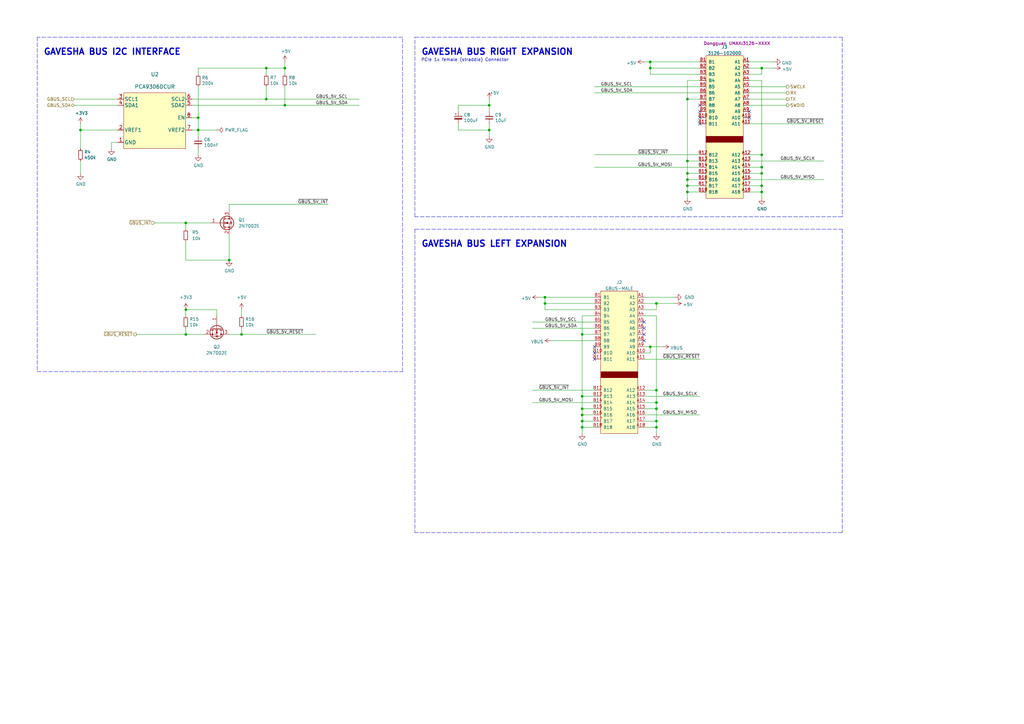
<source format=kicad_sch>
(kicad_sch (version 20211123) (generator eeschema)

  (uuid 7f3369de-46ef-4c2b-b3ef-1a805b3aa97d)

  (paper "A3")

  (lib_symbols
    (symbol "Device:C_Small" (pin_numbers hide) (pin_names (offset 0.254) hide) (in_bom yes) (on_board yes)
      (property "Reference" "C" (id 0) (at 0.254 1.778 0)
        (effects (font (size 1.27 1.27)) (justify left))
      )
      (property "Value" "C_Small" (id 1) (at 0.254 -2.032 0)
        (effects (font (size 1.27 1.27)) (justify left))
      )
      (property "Footprint" "" (id 2) (at 0 0 0)
        (effects (font (size 1.27 1.27)) hide)
      )
      (property "Datasheet" "~" (id 3) (at 0 0 0)
        (effects (font (size 1.27 1.27)) hide)
      )
      (property "ki_keywords" "capacitor cap" (id 4) (at 0 0 0)
        (effects (font (size 1.27 1.27)) hide)
      )
      (property "ki_description" "Unpolarized capacitor, small symbol" (id 5) (at 0 0 0)
        (effects (font (size 1.27 1.27)) hide)
      )
      (property "ki_fp_filters" "C_*" (id 6) (at 0 0 0)
        (effects (font (size 1.27 1.27)) hide)
      )
      (symbol "C_Small_0_1"
        (polyline
          (pts
            (xy -1.524 -0.508)
            (xy 1.524 -0.508)
          )
          (stroke (width 0.3302) (type default) (color 0 0 0 0))
          (fill (type none))
        )
        (polyline
          (pts
            (xy -1.524 0.508)
            (xy 1.524 0.508)
          )
          (stroke (width 0.3048) (type default) (color 0 0 0 0))
          (fill (type none))
        )
      )
      (symbol "C_Small_1_1"
        (pin passive line (at 0 2.54 270) (length 2.032)
          (name "~" (effects (font (size 1.27 1.27))))
          (number "1" (effects (font (size 1.27 1.27))))
        )
        (pin passive line (at 0 -2.54 90) (length 2.032)
          (name "~" (effects (font (size 1.27 1.27))))
          (number "2" (effects (font (size 1.27 1.27))))
        )
      )
    )
    (symbol "Device:R_Small" (pin_numbers hide) (pin_names (offset 0.254) hide) (in_bom yes) (on_board yes)
      (property "Reference" "R" (id 0) (at 0.762 0.508 0)
        (effects (font (size 1.27 1.27)) (justify left))
      )
      (property "Value" "R_Small" (id 1) (at 0.762 -1.016 0)
        (effects (font (size 1.27 1.27)) (justify left))
      )
      (property "Footprint" "" (id 2) (at 0 0 0)
        (effects (font (size 1.27 1.27)) hide)
      )
      (property "Datasheet" "~" (id 3) (at 0 0 0)
        (effects (font (size 1.27 1.27)) hide)
      )
      (property "ki_keywords" "R resistor" (id 4) (at 0 0 0)
        (effects (font (size 1.27 1.27)) hide)
      )
      (property "ki_description" "Resistor, small symbol" (id 5) (at 0 0 0)
        (effects (font (size 1.27 1.27)) hide)
      )
      (property "ki_fp_filters" "R_*" (id 6) (at 0 0 0)
        (effects (font (size 1.27 1.27)) hide)
      )
      (symbol "R_Small_0_1"
        (rectangle (start -0.762 1.778) (end 0.762 -1.778)
          (stroke (width 0.2032) (type default) (color 0 0 0 0))
          (fill (type none))
        )
      )
      (symbol "R_Small_1_1"
        (pin passive line (at 0 2.54 270) (length 0.762)
          (name "~" (effects (font (size 1.27 1.27))))
          (number "1" (effects (font (size 1.27 1.27))))
        )
        (pin passive line (at 0 -2.54 90) (length 0.762)
          (name "~" (effects (font (size 1.27 1.27))))
          (number "2" (effects (font (size 1.27 1.27))))
        )
      )
    )
    (symbol "Dongguan_UMAX:3126-10200D" (pin_names (offset 1.016)) (in_bom yes) (on_board yes)
      (property "Reference" "J" (id 0) (at 0 35.56 0)
        (effects (font (size 1.27 1.27)))
      )
      (property "Value" "3126-10200D" (id 1) (at 0 33.02 0)
        (effects (font (size 1.27 1.27)))
      )
      (property "Footprint" "Dongguan UMAX:3126-XXXX" (id 2) (at 5.08 35.56 0)
        (effects (font (size 1.27 1.27)) hide)
      )
      (property "Datasheet" "" (id 3) (at 5.08 35.56 0)
        (effects (font (size 1.27 1.27)) hide)
      )
      (property "ki_description" "PCI Express x1 Connector, 1.0mm pitch, Stradle mount" (id 4) (at 0 0 0)
        (effects (font (size 1.27 1.27)) hide)
      )
      (symbol "3126-10200D_0_1"
        (rectangle (start -7.62 -2.54) (end 7.62 -5.08)
          (stroke (width 0) (type default) (color 0 0 0 0))
          (fill (type outline))
        )
        (rectangle (start -7.62 30.48) (end 7.62 -27.94)
          (stroke (width 0) (type default) (color 0 0 0 0))
          (fill (type background))
        )
      )
      (symbol "3126-10200D_1_1"
        (pin passive line (at 10.16 27.94 180) (length 2.54)
          (name "A1" (effects (font (size 1.27 1.27))))
          (number "A1" (effects (font (size 1.27 1.27))))
        )
        (pin passive line (at 10.16 5.08 180) (length 2.54)
          (name "A10" (effects (font (size 1.27 1.27))))
          (number "A10" (effects (font (size 1.27 1.27))))
        )
        (pin passive line (at 10.16 2.54 180) (length 2.54)
          (name "A11" (effects (font (size 1.27 1.27))))
          (number "A11" (effects (font (size 1.27 1.27))))
        )
        (pin passive line (at 10.16 -10.16 180) (length 2.54)
          (name "A12" (effects (font (size 1.27 1.27))))
          (number "A12" (effects (font (size 1.27 1.27))))
        )
        (pin passive line (at 10.16 -12.7 180) (length 2.54)
          (name "A13" (effects (font (size 1.27 1.27))))
          (number "A13" (effects (font (size 1.27 1.27))))
        )
        (pin passive line (at 10.16 -15.24 180) (length 2.54)
          (name "A14" (effects (font (size 1.27 1.27))))
          (number "A14" (effects (font (size 1.27 1.27))))
        )
        (pin passive line (at 10.16 -17.78 180) (length 2.54)
          (name "A15" (effects (font (size 1.27 1.27))))
          (number "A15" (effects (font (size 1.27 1.27))))
        )
        (pin passive line (at 10.16 -20.32 180) (length 2.54)
          (name "A16" (effects (font (size 1.27 1.27))))
          (number "A16" (effects (font (size 1.27 1.27))))
        )
        (pin passive line (at 10.16 -22.86 180) (length 2.54)
          (name "A17" (effects (font (size 1.27 1.27))))
          (number "A17" (effects (font (size 1.27 1.27))))
        )
        (pin passive line (at 10.16 -25.4 180) (length 2.54)
          (name "A18" (effects (font (size 1.27 1.27))))
          (number "A18" (effects (font (size 1.27 1.27))))
        )
        (pin passive line (at 10.16 25.4 180) (length 2.54)
          (name "A2" (effects (font (size 1.27 1.27))))
          (number "A2" (effects (font (size 1.27 1.27))))
        )
        (pin passive line (at 10.16 22.86 180) (length 2.54)
          (name "A3" (effects (font (size 1.27 1.27))))
          (number "A3" (effects (font (size 1.27 1.27))))
        )
        (pin passive line (at 10.16 20.32 180) (length 2.54)
          (name "A4" (effects (font (size 1.27 1.27))))
          (number "A4" (effects (font (size 1.27 1.27))))
        )
        (pin passive line (at 10.16 17.78 180) (length 2.54)
          (name "A5" (effects (font (size 1.27 1.27))))
          (number "A5" (effects (font (size 1.27 1.27))))
        )
        (pin passive line (at 10.16 15.24 180) (length 2.54)
          (name "A6" (effects (font (size 1.27 1.27))))
          (number "A6" (effects (font (size 1.27 1.27))))
        )
        (pin passive line (at 10.16 12.7 180) (length 2.54)
          (name "A7" (effects (font (size 1.27 1.27))))
          (number "A7" (effects (font (size 1.27 1.27))))
        )
        (pin passive line (at 10.16 10.16 180) (length 2.54)
          (name "A8" (effects (font (size 1.27 1.27))))
          (number "A8" (effects (font (size 1.27 1.27))))
        )
        (pin passive line (at 10.16 7.62 180) (length 2.54)
          (name "A9" (effects (font (size 1.27 1.27))))
          (number "A9" (effects (font (size 1.27 1.27))))
        )
        (pin passive line (at -10.16 27.94 0) (length 2.54)
          (name "B1" (effects (font (size 1.27 1.27))))
          (number "B1" (effects (font (size 1.27 1.27))))
        )
        (pin passive line (at -10.16 5.08 0) (length 2.54)
          (name "B10" (effects (font (size 1.27 1.27))))
          (number "B10" (effects (font (size 1.27 1.27))))
        )
        (pin passive line (at -10.16 2.54 0) (length 2.54)
          (name "B11" (effects (font (size 1.27 1.27))))
          (number "B11" (effects (font (size 1.27 1.27))))
        )
        (pin passive line (at -10.16 -10.16 0) (length 2.54)
          (name "B12" (effects (font (size 1.27 1.27))))
          (number "B12" (effects (font (size 1.27 1.27))))
        )
        (pin passive line (at -10.16 -12.7 0) (length 2.54)
          (name "B13" (effects (font (size 1.27 1.27))))
          (number "B13" (effects (font (size 1.27 1.27))))
        )
        (pin passive line (at -10.16 -15.24 0) (length 2.54)
          (name "B14" (effects (font (size 1.27 1.27))))
          (number "B14" (effects (font (size 1.27 1.27))))
        )
        (pin passive line (at -10.16 -17.78 0) (length 2.54)
          (name "B15" (effects (font (size 1.27 1.27))))
          (number "B15" (effects (font (size 1.27 1.27))))
        )
        (pin passive line (at -10.16 -20.32 0) (length 2.54)
          (name "B16" (effects (font (size 1.27 1.27))))
          (number "B16" (effects (font (size 1.27 1.27))))
        )
        (pin passive line (at -10.16 -22.86 0) (length 2.54)
          (name "B17" (effects (font (size 1.27 1.27))))
          (number "B17" (effects (font (size 1.27 1.27))))
        )
        (pin passive line (at -10.16 -25.4 0) (length 2.54)
          (name "B18" (effects (font (size 1.27 1.27))))
          (number "B18" (effects (font (size 1.27 1.27))))
        )
        (pin passive line (at -10.16 25.4 0) (length 2.54)
          (name "B2" (effects (font (size 1.27 1.27))))
          (number "B2" (effects (font (size 1.27 1.27))))
        )
        (pin passive line (at -10.16 22.86 0) (length 2.54)
          (name "B3" (effects (font (size 1.27 1.27))))
          (number "B3" (effects (font (size 1.27 1.27))))
        )
        (pin passive line (at -10.16 20.32 0) (length 2.54)
          (name "B4" (effects (font (size 1.27 1.27))))
          (number "B4" (effects (font (size 1.27 1.27))))
        )
        (pin passive line (at -10.16 17.78 0) (length 2.54)
          (name "B5" (effects (font (size 1.27 1.27))))
          (number "B5" (effects (font (size 1.27 1.27))))
        )
        (pin passive line (at -10.16 15.24 0) (length 2.54)
          (name "B6" (effects (font (size 1.27 1.27))))
          (number "B6" (effects (font (size 1.27 1.27))))
        )
        (pin passive line (at -10.16 12.7 0) (length 2.54)
          (name "B7" (effects (font (size 1.27 1.27))))
          (number "B7" (effects (font (size 1.27 1.27))))
        )
        (pin passive line (at -10.16 10.16 0) (length 2.54)
          (name "B8" (effects (font (size 1.27 1.27))))
          (number "B8" (effects (font (size 1.27 1.27))))
        )
        (pin passive line (at -10.16 7.62 0) (length 2.54)
          (name "B9" (effects (font (size 1.27 1.27))))
          (number "B9" (effects (font (size 1.27 1.27))))
        )
      )
    )
    (symbol "G_BOARD_V0.3-rescue:CP_Small-Device" (pin_numbers hide) (pin_names (offset 0.254) hide) (in_bom yes) (on_board yes)
      (property "Reference" "C" (id 0) (at 0.254 1.778 0)
        (effects (font (size 1.27 1.27)) (justify left))
      )
      (property "Value" "CP_Small-Device" (id 1) (at 0.254 -2.032 0)
        (effects (font (size 1.27 1.27)) (justify left))
      )
      (property "Footprint" "" (id 2) (at 0 0 0)
        (effects (font (size 1.27 1.27)) hide)
      )
      (property "Datasheet" "" (id 3) (at 0 0 0)
        (effects (font (size 1.27 1.27)) hide)
      )
      (property "ki_fp_filters" "CP_*" (id 4) (at 0 0 0)
        (effects (font (size 1.27 1.27)) hide)
      )
      (symbol "CP_Small-Device_0_1"
        (rectangle (start -1.524 -0.3048) (end 1.524 -0.6858)
          (stroke (width 0) (type default) (color 0 0 0 0))
          (fill (type outline))
        )
        (rectangle (start -1.524 0.6858) (end 1.524 0.3048)
          (stroke (width 0) (type default) (color 0 0 0 0))
          (fill (type none))
        )
        (polyline
          (pts
            (xy -1.27 1.524)
            (xy -0.762 1.524)
          )
          (stroke (width 0) (type default) (color 0 0 0 0))
          (fill (type none))
        )
        (polyline
          (pts
            (xy -1.016 1.27)
            (xy -1.016 1.778)
          )
          (stroke (width 0) (type default) (color 0 0 0 0))
          (fill (type none))
        )
      )
      (symbol "CP_Small-Device_1_1"
        (pin passive line (at 0 2.54 270) (length 1.8542)
          (name "~" (effects (font (size 1.27 1.27))))
          (number "1" (effects (font (size 1.27 1.27))))
        )
        (pin passive line (at 0 -2.54 90) (length 1.8542)
          (name "~" (effects (font (size 1.27 1.27))))
          (number "2" (effects (font (size 1.27 1.27))))
        )
      )
    )
    (symbol "G_BOARD_V0.3-rescue:PCA9306DCUR-Texas_Interface_I2C" (pin_names (offset 0.254)) (in_bom yes) (on_board yes)
      (property "Reference" "U" (id 0) (at 0 15.24 0)
        (effects (font (size 1.524 1.524)))
      )
      (property "Value" "PCA9306DCUR-Texas_Interface_I2C" (id 1) (at 0 12.7 0)
        (effects (font (size 1.524 1.524)))
      )
      (property "Footprint" "Texas_Instruments:PCA9306DCUR" (id 2) (at 0 11.176 0)
        (effects (font (size 1.524 1.524)) hide)
      )
      (property "Datasheet" "" (id 3) (at -33.02 5.08 0)
        (effects (font (size 1.524 1.524)))
      )
      (property "ki_fp_filters" "DCU8 DCU8-M DCU8-L" (id 4) (at 0 0 0)
        (effects (font (size 1.27 1.27)) hide)
      )
      (symbol "PCA9306DCUR-Texas_Interface_I2C_1_1"
        (rectangle (start -12.7 10.16) (end 12.7 -12.7)
          (stroke (width 0) (type default) (color 0 0 0 0))
          (fill (type background))
        )
        (pin power_in line (at -15.24 -10.16 0) (length 2.54)
          (name "GND" (effects (font (size 1.4986 1.4986))))
          (number "1" (effects (font (size 1.4986 1.4986))))
        )
        (pin power_in line (at -15.24 -5.08 0) (length 2.54)
          (name "VREF1" (effects (font (size 1.4986 1.4986))))
          (number "2" (effects (font (size 1.4986 1.4986))))
        )
        (pin bidirectional line (at -15.24 7.62 0) (length 2.54)
          (name "SCL1" (effects (font (size 1.4986 1.4986))))
          (number "3" (effects (font (size 1.4986 1.4986))))
        )
        (pin bidirectional line (at -15.24 5.08 0) (length 2.54)
          (name "SDA1" (effects (font (size 1.4986 1.4986))))
          (number "4" (effects (font (size 1.4986 1.4986))))
        )
        (pin bidirectional line (at 15.24 5.08 180) (length 2.54)
          (name "SDA2" (effects (font (size 1.4986 1.4986))))
          (number "5" (effects (font (size 1.4986 1.4986))))
        )
        (pin bidirectional line (at 15.24 7.62 180) (length 2.54)
          (name "SCL2" (effects (font (size 1.4986 1.4986))))
          (number "6" (effects (font (size 1.4986 1.4986))))
        )
        (pin power_in line (at 15.24 -5.08 180) (length 2.54)
          (name "VREF2" (effects (font (size 1.4986 1.4986))))
          (number "7" (effects (font (size 1.4986 1.4986))))
        )
        (pin input line (at 15.24 0 180) (length 2.54)
          (name "EN" (effects (font (size 1.4986 1.4986))))
          (number "8" (effects (font (size 1.4986 1.4986))))
        )
      )
    )
    (symbol "Gavesha_Labs:GBUS-MALE" (pin_names (offset 1.016)) (in_bom yes) (on_board yes)
      (property "Reference" "J" (id 0) (at 0 38.1 0)
        (effects (font (size 1.27 1.27)))
      )
      (property "Value" "GBUS-MALE" (id 1) (at 0 35.56 0)
        (effects (font (size 1.27 1.27)))
      )
      (property "Footprint" "Gavesha Labs:GBUS_MALE" (id 2) (at -2.54 38.1 0)
        (effects (font (size 1.27 1.27)) hide)
      )
      (property "Datasheet" "" (id 3) (at -2.54 38.1 0)
        (effects (font (size 1.27 1.27)) hide)
      )
      (property "ki_description" "PCI 1x Connector with hot plug design" (id 4) (at 0 0 0)
        (effects (font (size 1.27 1.27)) hide)
      )
      (symbol "GBUS-MALE_1_1"
        (rectangle (start -7.62 0) (end 7.62 -2.54)
          (stroke (width 0) (type default) (color 0 0 0 0))
          (fill (type outline))
        )
        (rectangle (start -7.62 33.02) (end 7.62 -25.4)
          (stroke (width 0) (type default) (color 0 0 0 0))
          (fill (type background))
        )
        (pin input line (at 10.16 30.48 180) (length 2.54)
          (name "A1" (effects (font (size 1.27 1.27))))
          (number "A1" (effects (font (size 1.27 1.27))))
        )
        (pin input line (at 10.16 7.62 180) (length 2.54)
          (name "A10" (effects (font (size 1.27 1.27))))
          (number "A10" (effects (font (size 1.27 1.27))))
        )
        (pin input line (at 10.16 5.08 180) (length 2.54)
          (name "A11" (effects (font (size 1.27 1.27))))
          (number "A11" (effects (font (size 1.27 1.27))))
        )
        (pin input line (at 10.16 -7.62 180) (length 2.54)
          (name "A12" (effects (font (size 1.27 1.27))))
          (number "A12" (effects (font (size 1.27 1.27))))
        )
        (pin input line (at 10.16 -10.16 180) (length 2.54)
          (name "A13" (effects (font (size 1.27 1.27))))
          (number "A13" (effects (font (size 1.27 1.27))))
        )
        (pin input line (at 10.16 -12.7 180) (length 2.54)
          (name "A14" (effects (font (size 1.27 1.27))))
          (number "A14" (effects (font (size 1.27 1.27))))
        )
        (pin input line (at 10.16 -15.24 180) (length 2.54)
          (name "A15" (effects (font (size 1.27 1.27))))
          (number "A15" (effects (font (size 1.27 1.27))))
        )
        (pin input line (at 10.16 -17.78 180) (length 2.54)
          (name "A16" (effects (font (size 1.27 1.27))))
          (number "A16" (effects (font (size 1.27 1.27))))
        )
        (pin input line (at 10.16 -20.32 180) (length 2.54)
          (name "A17" (effects (font (size 1.27 1.27))))
          (number "A17" (effects (font (size 1.27 1.27))))
        )
        (pin input line (at 10.16 -22.86 180) (length 2.54)
          (name "A18" (effects (font (size 1.27 1.27))))
          (number "A18" (effects (font (size 1.27 1.27))))
        )
        (pin input line (at 10.16 27.94 180) (length 2.54)
          (name "A2" (effects (font (size 1.27 1.27))))
          (number "A2" (effects (font (size 1.27 1.27))))
        )
        (pin input line (at 10.16 25.4 180) (length 2.54)
          (name "A3" (effects (font (size 1.27 1.27))))
          (number "A3" (effects (font (size 1.27 1.27))))
        )
        (pin input line (at 10.16 22.86 180) (length 2.54)
          (name "A4" (effects (font (size 1.27 1.27))))
          (number "A4" (effects (font (size 1.27 1.27))))
        )
        (pin input line (at 10.16 20.32 180) (length 2.54)
          (name "A5" (effects (font (size 1.27 1.27))))
          (number "A5" (effects (font (size 1.27 1.27))))
        )
        (pin input line (at 10.16 17.78 180) (length 2.54)
          (name "A6" (effects (font (size 1.27 1.27))))
          (number "A6" (effects (font (size 1.27 1.27))))
        )
        (pin input line (at 10.16 15.24 180) (length 2.54)
          (name "A7" (effects (font (size 1.27 1.27))))
          (number "A7" (effects (font (size 1.27 1.27))))
        )
        (pin input line (at 10.16 12.7 180) (length 2.54)
          (name "A8" (effects (font (size 1.27 1.27))))
          (number "A8" (effects (font (size 1.27 1.27))))
        )
        (pin input line (at 10.16 10.16 180) (length 2.54)
          (name "A9" (effects (font (size 1.27 1.27))))
          (number "A9" (effects (font (size 1.27 1.27))))
        )
        (pin input line (at -10.16 30.48 0) (length 2.54)
          (name "B1" (effects (font (size 1.27 1.27))))
          (number "B1" (effects (font (size 1.27 1.27))))
        )
        (pin input line (at -10.16 7.62 0) (length 2.54)
          (name "B10" (effects (font (size 1.27 1.27))))
          (number "B10" (effects (font (size 1.27 1.27))))
        )
        (pin input line (at -10.16 5.08 0) (length 2.54)
          (name "B11" (effects (font (size 1.27 1.27))))
          (number "B11" (effects (font (size 1.27 1.27))))
        )
        (pin input line (at -10.16 -7.62 0) (length 2.54)
          (name "B12" (effects (font (size 1.27 1.27))))
          (number "B12" (effects (font (size 1.27 1.27))))
        )
        (pin input line (at -10.16 -10.16 0) (length 2.54)
          (name "B13" (effects (font (size 1.27 1.27))))
          (number "B13" (effects (font (size 1.27 1.27))))
        )
        (pin input line (at -10.16 -12.7 0) (length 2.54)
          (name "B14" (effects (font (size 1.27 1.27))))
          (number "B14" (effects (font (size 1.27 1.27))))
        )
        (pin input line (at -10.16 -15.24 0) (length 2.54)
          (name "B15" (effects (font (size 1.27 1.27))))
          (number "B15" (effects (font (size 1.27 1.27))))
        )
        (pin input line (at -10.16 -17.78 0) (length 2.54)
          (name "B16" (effects (font (size 1.27 1.27))))
          (number "B16" (effects (font (size 1.27 1.27))))
        )
        (pin input line (at -10.16 -20.32 0) (length 2.54)
          (name "B17" (effects (font (size 1.27 1.27))))
          (number "B17" (effects (font (size 1.27 1.27))))
        )
        (pin input line (at -10.16 -22.86 0) (length 2.54)
          (name "B18" (effects (font (size 1.27 1.27))))
          (number "B18" (effects (font (size 1.27 1.27))))
        )
        (pin input line (at -10.16 27.94 0) (length 2.54)
          (name "B2" (effects (font (size 1.27 1.27))))
          (number "B2" (effects (font (size 1.27 1.27))))
        )
        (pin input line (at -10.16 25.4 0) (length 2.54)
          (name "B3" (effects (font (size 1.27 1.27))))
          (number "B3" (effects (font (size 1.27 1.27))))
        )
        (pin input line (at -10.16 22.86 0) (length 2.54)
          (name "B4" (effects (font (size 1.27 1.27))))
          (number "B4" (effects (font (size 1.27 1.27))))
        )
        (pin input line (at -10.16 20.32 0) (length 2.54)
          (name "B5" (effects (font (size 1.27 1.27))))
          (number "B5" (effects (font (size 1.27 1.27))))
        )
        (pin input line (at -10.16 17.78 0) (length 2.54)
          (name "B6" (effects (font (size 1.27 1.27))))
          (number "B6" (effects (font (size 1.27 1.27))))
        )
        (pin input line (at -10.16 15.24 0) (length 2.54)
          (name "B7" (effects (font (size 1.27 1.27))))
          (number "B7" (effects (font (size 1.27 1.27))))
        )
        (pin input line (at -10.16 12.7 0) (length 2.54)
          (name "B8" (effects (font (size 1.27 1.27))))
          (number "B8" (effects (font (size 1.27 1.27))))
        )
        (pin input line (at -10.16 10.16 0) (length 2.54)
          (name "B9" (effects (font (size 1.27 1.27))))
          (number "B9" (effects (font (size 1.27 1.27))))
        )
      )
    )
    (symbol "Transistor_FET:2N7002E" (pin_names hide) (in_bom yes) (on_board yes)
      (property "Reference" "Q" (id 0) (at 5.08 1.905 0)
        (effects (font (size 1.27 1.27)) (justify left))
      )
      (property "Value" "2N7002E" (id 1) (at 5.08 0 0)
        (effects (font (size 1.27 1.27)) (justify left))
      )
      (property "Footprint" "Package_TO_SOT_SMD:SOT-23" (id 2) (at 5.08 -1.905 0)
        (effects (font (size 1.27 1.27) italic) (justify left) hide)
      )
      (property "Datasheet" "http://www.diodes.com/assets/Datasheets/ds30376.pdf" (id 3) (at 0 0 0)
        (effects (font (size 1.27 1.27)) (justify left) hide)
      )
      (property "ki_keywords" "N-Channel MOSFET" (id 4) (at 0 0 0)
        (effects (font (size 1.27 1.27)) hide)
      )
      (property "ki_description" "0.24A Id, 60V Vds, N-Channel MOSFET, SOT-23" (id 5) (at 0 0 0)
        (effects (font (size 1.27 1.27)) hide)
      )
      (property "ki_fp_filters" "SOT?23*" (id 6) (at 0 0 0)
        (effects (font (size 1.27 1.27)) hide)
      )
      (symbol "2N7002E_0_1"
        (polyline
          (pts
            (xy 0.254 0)
            (xy -2.54 0)
          )
          (stroke (width 0) (type default) (color 0 0 0 0))
          (fill (type none))
        )
        (polyline
          (pts
            (xy 0.254 1.905)
            (xy 0.254 -1.905)
          )
          (stroke (width 0.254) (type default) (color 0 0 0 0))
          (fill (type none))
        )
        (polyline
          (pts
            (xy 0.762 -1.27)
            (xy 0.762 -2.286)
          )
          (stroke (width 0.254) (type default) (color 0 0 0 0))
          (fill (type none))
        )
        (polyline
          (pts
            (xy 0.762 0.508)
            (xy 0.762 -0.508)
          )
          (stroke (width 0.254) (type default) (color 0 0 0 0))
          (fill (type none))
        )
        (polyline
          (pts
            (xy 0.762 2.286)
            (xy 0.762 1.27)
          )
          (stroke (width 0.254) (type default) (color 0 0 0 0))
          (fill (type none))
        )
        (polyline
          (pts
            (xy 2.54 2.54)
            (xy 2.54 1.778)
          )
          (stroke (width 0) (type default) (color 0 0 0 0))
          (fill (type none))
        )
        (polyline
          (pts
            (xy 2.54 -2.54)
            (xy 2.54 0)
            (xy 0.762 0)
          )
          (stroke (width 0) (type default) (color 0 0 0 0))
          (fill (type none))
        )
        (polyline
          (pts
            (xy 0.762 -1.778)
            (xy 3.302 -1.778)
            (xy 3.302 1.778)
            (xy 0.762 1.778)
          )
          (stroke (width 0) (type default) (color 0 0 0 0))
          (fill (type none))
        )
        (polyline
          (pts
            (xy 1.016 0)
            (xy 2.032 0.381)
            (xy 2.032 -0.381)
            (xy 1.016 0)
          )
          (stroke (width 0) (type default) (color 0 0 0 0))
          (fill (type outline))
        )
        (polyline
          (pts
            (xy 2.794 0.508)
            (xy 2.921 0.381)
            (xy 3.683 0.381)
            (xy 3.81 0.254)
          )
          (stroke (width 0) (type default) (color 0 0 0 0))
          (fill (type none))
        )
        (polyline
          (pts
            (xy 3.302 0.381)
            (xy 2.921 -0.254)
            (xy 3.683 -0.254)
            (xy 3.302 0.381)
          )
          (stroke (width 0) (type default) (color 0 0 0 0))
          (fill (type none))
        )
        (circle (center 1.651 0) (radius 2.794)
          (stroke (width 0.254) (type default) (color 0 0 0 0))
          (fill (type none))
        )
        (circle (center 2.54 -1.778) (radius 0.254)
          (stroke (width 0) (type default) (color 0 0 0 0))
          (fill (type outline))
        )
        (circle (center 2.54 1.778) (radius 0.254)
          (stroke (width 0) (type default) (color 0 0 0 0))
          (fill (type outline))
        )
      )
      (symbol "2N7002E_1_1"
        (pin input line (at -5.08 0 0) (length 2.54)
          (name "G" (effects (font (size 1.27 1.27))))
          (number "1" (effects (font (size 1.27 1.27))))
        )
        (pin passive line (at 2.54 -5.08 90) (length 2.54)
          (name "S" (effects (font (size 1.27 1.27))))
          (number "2" (effects (font (size 1.27 1.27))))
        )
        (pin passive line (at 2.54 5.08 270) (length 2.54)
          (name "D" (effects (font (size 1.27 1.27))))
          (number "3" (effects (font (size 1.27 1.27))))
        )
      )
    )
    (symbol "power:+3V3" (power) (pin_names (offset 0)) (in_bom yes) (on_board yes)
      (property "Reference" "#PWR" (id 0) (at 0 -3.81 0)
        (effects (font (size 1.27 1.27)) hide)
      )
      (property "Value" "+3V3" (id 1) (at 0 3.556 0)
        (effects (font (size 1.27 1.27)))
      )
      (property "Footprint" "" (id 2) (at 0 0 0)
        (effects (font (size 1.27 1.27)) hide)
      )
      (property "Datasheet" "" (id 3) (at 0 0 0)
        (effects (font (size 1.27 1.27)) hide)
      )
      (property "ki_keywords" "power-flag" (id 4) (at 0 0 0)
        (effects (font (size 1.27 1.27)) hide)
      )
      (property "ki_description" "Power symbol creates a global label with name \"+3V3\"" (id 5) (at 0 0 0)
        (effects (font (size 1.27 1.27)) hide)
      )
      (symbol "+3V3_0_1"
        (polyline
          (pts
            (xy -0.762 1.27)
            (xy 0 2.54)
          )
          (stroke (width 0) (type default) (color 0 0 0 0))
          (fill (type none))
        )
        (polyline
          (pts
            (xy 0 0)
            (xy 0 2.54)
          )
          (stroke (width 0) (type default) (color 0 0 0 0))
          (fill (type none))
        )
        (polyline
          (pts
            (xy 0 2.54)
            (xy 0.762 1.27)
          )
          (stroke (width 0) (type default) (color 0 0 0 0))
          (fill (type none))
        )
      )
      (symbol "+3V3_1_1"
        (pin power_in line (at 0 0 90) (length 0) hide
          (name "+3V3" (effects (font (size 1.27 1.27))))
          (number "1" (effects (font (size 1.27 1.27))))
        )
      )
    )
    (symbol "power:+5V" (power) (pin_names (offset 0)) (in_bom yes) (on_board yes)
      (property "Reference" "#PWR" (id 0) (at 0 -3.81 0)
        (effects (font (size 1.27 1.27)) hide)
      )
      (property "Value" "+5V" (id 1) (at 0 3.556 0)
        (effects (font (size 1.27 1.27)))
      )
      (property "Footprint" "" (id 2) (at 0 0 0)
        (effects (font (size 1.27 1.27)) hide)
      )
      (property "Datasheet" "" (id 3) (at 0 0 0)
        (effects (font (size 1.27 1.27)) hide)
      )
      (property "ki_keywords" "power-flag" (id 4) (at 0 0 0)
        (effects (font (size 1.27 1.27)) hide)
      )
      (property "ki_description" "Power symbol creates a global label with name \"+5V\"" (id 5) (at 0 0 0)
        (effects (font (size 1.27 1.27)) hide)
      )
      (symbol "+5V_0_1"
        (polyline
          (pts
            (xy -0.762 1.27)
            (xy 0 2.54)
          )
          (stroke (width 0) (type default) (color 0 0 0 0))
          (fill (type none))
        )
        (polyline
          (pts
            (xy 0 0)
            (xy 0 2.54)
          )
          (stroke (width 0) (type default) (color 0 0 0 0))
          (fill (type none))
        )
        (polyline
          (pts
            (xy 0 2.54)
            (xy 0.762 1.27)
          )
          (stroke (width 0) (type default) (color 0 0 0 0))
          (fill (type none))
        )
      )
      (symbol "+5V_1_1"
        (pin power_in line (at 0 0 90) (length 0) hide
          (name "+5V" (effects (font (size 1.27 1.27))))
          (number "1" (effects (font (size 1.27 1.27))))
        )
      )
    )
    (symbol "power:GND" (power) (pin_names (offset 0)) (in_bom yes) (on_board yes)
      (property "Reference" "#PWR" (id 0) (at 0 -6.35 0)
        (effects (font (size 1.27 1.27)) hide)
      )
      (property "Value" "GND" (id 1) (at 0 -3.81 0)
        (effects (font (size 1.27 1.27)))
      )
      (property "Footprint" "" (id 2) (at 0 0 0)
        (effects (font (size 1.27 1.27)) hide)
      )
      (property "Datasheet" "" (id 3) (at 0 0 0)
        (effects (font (size 1.27 1.27)) hide)
      )
      (property "ki_keywords" "power-flag" (id 4) (at 0 0 0)
        (effects (font (size 1.27 1.27)) hide)
      )
      (property "ki_description" "Power symbol creates a global label with name \"GND\" , ground" (id 5) (at 0 0 0)
        (effects (font (size 1.27 1.27)) hide)
      )
      (symbol "GND_0_1"
        (polyline
          (pts
            (xy 0 0)
            (xy 0 -1.27)
            (xy 1.27 -1.27)
            (xy 0 -2.54)
            (xy -1.27 -1.27)
            (xy 0 -1.27)
          )
          (stroke (width 0) (type default) (color 0 0 0 0))
          (fill (type none))
        )
      )
      (symbol "GND_1_1"
        (pin power_in line (at 0 0 270) (length 0) hide
          (name "GND" (effects (font (size 1.27 1.27))))
          (number "1" (effects (font (size 1.27 1.27))))
        )
      )
    )
    (symbol "power:PWR_FLAG" (power) (pin_numbers hide) (pin_names (offset 0) hide) (in_bom yes) (on_board yes)
      (property "Reference" "#FLG" (id 0) (at 0 1.905 0)
        (effects (font (size 1.27 1.27)) hide)
      )
      (property "Value" "PWR_FLAG" (id 1) (at 0 3.81 0)
        (effects (font (size 1.27 1.27)))
      )
      (property "Footprint" "" (id 2) (at 0 0 0)
        (effects (font (size 1.27 1.27)) hide)
      )
      (property "Datasheet" "~" (id 3) (at 0 0 0)
        (effects (font (size 1.27 1.27)) hide)
      )
      (property "ki_keywords" "power-flag" (id 4) (at 0 0 0)
        (effects (font (size 1.27 1.27)) hide)
      )
      (property "ki_description" "Special symbol for telling ERC where power comes from" (id 5) (at 0 0 0)
        (effects (font (size 1.27 1.27)) hide)
      )
      (symbol "PWR_FLAG_0_0"
        (pin power_out line (at 0 0 90) (length 0)
          (name "pwr" (effects (font (size 1.27 1.27))))
          (number "1" (effects (font (size 1.27 1.27))))
        )
      )
      (symbol "PWR_FLAG_0_1"
        (polyline
          (pts
            (xy 0 0)
            (xy 0 1.27)
            (xy -1.016 1.905)
            (xy 0 2.54)
            (xy 1.016 1.905)
            (xy 0 1.27)
          )
          (stroke (width 0) (type default) (color 0 0 0 0))
          (fill (type none))
        )
      )
    )
    (symbol "power:VBUS" (power) (pin_names (offset 0)) (in_bom yes) (on_board yes)
      (property "Reference" "#PWR" (id 0) (at 0 -3.81 0)
        (effects (font (size 1.27 1.27)) hide)
      )
      (property "Value" "VBUS" (id 1) (at 0 3.81 0)
        (effects (font (size 1.27 1.27)))
      )
      (property "Footprint" "" (id 2) (at 0 0 0)
        (effects (font (size 1.27 1.27)) hide)
      )
      (property "Datasheet" "" (id 3) (at 0 0 0)
        (effects (font (size 1.27 1.27)) hide)
      )
      (property "ki_keywords" "power-flag" (id 4) (at 0 0 0)
        (effects (font (size 1.27 1.27)) hide)
      )
      (property "ki_description" "Power symbol creates a global label with name \"VBUS\"" (id 5) (at 0 0 0)
        (effects (font (size 1.27 1.27)) hide)
      )
      (symbol "VBUS_0_1"
        (polyline
          (pts
            (xy -0.762 1.27)
            (xy 0 2.54)
          )
          (stroke (width 0) (type default) (color 0 0 0 0))
          (fill (type none))
        )
        (polyline
          (pts
            (xy 0 0)
            (xy 0 2.54)
          )
          (stroke (width 0) (type default) (color 0 0 0 0))
          (fill (type none))
        )
        (polyline
          (pts
            (xy 0 2.54)
            (xy 0.762 1.27)
          )
          (stroke (width 0) (type default) (color 0 0 0 0))
          (fill (type none))
        )
      )
      (symbol "VBUS_1_1"
        (pin power_in line (at 0 0 90) (length 0) hide
          (name "VBUS" (effects (font (size 1.27 1.27))))
          (number "1" (effects (font (size 1.27 1.27))))
        )
      )
    )
  )

  (junction (at 312.42 68.58) (diameter 0) (color 0 0 0 0)
    (uuid 00479b54-19d5-4bbc-9edb-14f1c84fcaab)
  )
  (junction (at 281.94 40.64) (diameter 0) (color 0 0 0 0)
    (uuid 0222bc95-0187-439e-a57d-26e59974a494)
  )
  (junction (at 238.76 172.72) (diameter 0) (color 0 0 0 0)
    (uuid 0d65952d-e59c-491e-a7d3-682b067aecf1)
  )
  (junction (at 266.7 25.4) (diameter 0) (color 0 0 0 0)
    (uuid 0f26ce40-ddeb-4f27-978e-fcb763f04d46)
  )
  (junction (at 238.76 167.64) (diameter 0) (color 0 0 0 0)
    (uuid 132945ec-426e-4992-b400-b996c9117843)
  )
  (junction (at 312.42 76.2) (diameter 0) (color 0 0 0 0)
    (uuid 14131f0b-e074-4111-8124-d55409746daa)
  )
  (junction (at 33.02 53.34) (diameter 0) (color 0 0 0 0)
    (uuid 170d6183-6384-489e-93e0-b2e96d2f9a3e)
  )
  (junction (at 266.7 27.94) (diameter 0) (color 0 0 0 0)
    (uuid 17a62200-2e25-439a-9d43-dd3823fccbb6)
  )
  (junction (at 238.76 175.26) (diameter 0) (color 0 0 0 0)
    (uuid 1b272a01-b56f-48c1-9ec2-bece2e792062)
  )
  (junction (at 312.42 71.12) (diameter 0) (color 0 0 0 0)
    (uuid 1ecc2ae4-ef2a-4358-a20e-3a34acfac370)
  )
  (junction (at 269.24 167.64) (diameter 0) (color 0 0 0 0)
    (uuid 2675cd25-aa8c-4435-9c28-6a1df77ebbf6)
  )
  (junction (at 281.94 66.04) (diameter 0) (color 0 0 0 0)
    (uuid 2dedb70a-5ab6-499e-87d3-a7c9b539ef25)
  )
  (junction (at 281.94 78.74) (diameter 0) (color 0 0 0 0)
    (uuid 2fdc06b1-96d1-47c3-a1b2-7bc7274fea26)
  )
  (junction (at 93.98 106.68) (diameter 0) (color 0 0 0 0)
    (uuid 3591600f-33bf-456c-beb9-928950fd29b4)
  )
  (junction (at 76.2 137.16) (diameter 0) (color 0 0 0 0)
    (uuid 39da4de6-1df7-4375-ae63-f9ff7a6bcfbd)
  )
  (junction (at 99.06 137.16) (diameter 0) (color 0 0 0 0)
    (uuid 489e9417-ddcf-4a02-affd-dfed32b9aecc)
  )
  (junction (at 281.94 71.12) (diameter 0) (color 0 0 0 0)
    (uuid 48e97de9-6a58-40a2-b78c-c83c02fe71cb)
  )
  (junction (at 238.76 137.16) (diameter 0) (color 0 0 0 0)
    (uuid 4f55f36b-7f09-4c1b-8d12-9d7403e7d808)
  )
  (junction (at 269.24 124.46) (diameter 0) (color 0 0 0 0)
    (uuid 521cdee2-67b1-4517-8651-ef14ec6f3fa1)
  )
  (junction (at 223.52 121.92) (diameter 0) (color 0 0 0 0)
    (uuid 67bcca70-c87b-41f7-b9ab-9f8046247298)
  )
  (junction (at 238.76 162.56) (diameter 0) (color 0 0 0 0)
    (uuid 68e53640-3af9-4530-b13a-ee996fb046e0)
  )
  (junction (at 81.28 48.26) (diameter 0) (color 0 0 0 0)
    (uuid 741b5c32-0fe1-4219-ba3a-d4ae2d378d4a)
  )
  (junction (at 312.42 63.5) (diameter 0) (color 0 0 0 0)
    (uuid 750dc41c-37d1-45d3-b8d1-44348895215b)
  )
  (junction (at 109.22 27.94) (diameter 0) (color 0 0 0 0)
    (uuid 7c482601-cbea-4d1c-8c64-3605ff2e6e36)
  )
  (junction (at 281.94 76.2) (diameter 0) (color 0 0 0 0)
    (uuid 82fca81a-99b6-4152-acb1-334daaef7e13)
  )
  (junction (at 76.2 127) (diameter 0) (color 0 0 0 0)
    (uuid 89037322-9f55-4821-b93f-a77257aeabbc)
  )
  (junction (at 269.24 172.72) (diameter 0) (color 0 0 0 0)
    (uuid 97e314de-de56-44c1-80bc-689f1f2d35bc)
  )
  (junction (at 116.84 27.94) (diameter 0) (color 0 0 0 0)
    (uuid 9d27f79e-458c-4ec4-84bd-c5cf1e543c88)
  )
  (junction (at 81.28 53.34) (diameter 0) (color 0 0 0 0)
    (uuid 9e114fd4-9d90-4fae-a5c4-b7179fdd59c8)
  )
  (junction (at 116.84 43.18) (diameter 0) (color 0 0 0 0)
    (uuid a3e26a8d-25b7-4269-aa62-7a76616c2954)
  )
  (junction (at 281.94 73.66) (diameter 0) (color 0 0 0 0)
    (uuid a5e9589e-d6a0-4f9e-979c-504419a90334)
  )
  (junction (at 200.66 53.34) (diameter 0) (color 0 0 0 0)
    (uuid ae675f8b-cedd-439e-a131-3c9fa643b49e)
  )
  (junction (at 223.52 124.46) (diameter 0) (color 0 0 0 0)
    (uuid c0865d66-9351-4cca-b9d8-7dac367a057b)
  )
  (junction (at 76.2 91.44) (diameter 0) (color 0 0 0 0)
    (uuid c2766b57-ed5c-44b1-ae80-a111bf2cd0fd)
  )
  (junction (at 312.42 27.94) (diameter 0) (color 0 0 0 0)
    (uuid d8979e18-8314-40bc-baa2-e600da74ce2b)
  )
  (junction (at 200.66 43.18) (diameter 0) (color 0 0 0 0)
    (uuid dbb82684-252b-4767-83af-d2ac608d9416)
  )
  (junction (at 312.42 78.74) (diameter 0) (color 0 0 0 0)
    (uuid dd6b46a8-9ac5-464a-9506-09a97b67a623)
  )
  (junction (at 269.24 165.1) (diameter 0) (color 0 0 0 0)
    (uuid dee978a4-edba-4f23-a53a-59596f56c5c4)
  )
  (junction (at 238.76 170.18) (diameter 0) (color 0 0 0 0)
    (uuid e65a1da2-e718-4808-98dd-58d41d2c6d8f)
  )
  (junction (at 109.22 40.64) (diameter 0) (color 0 0 0 0)
    (uuid e8499969-9164-4b15-a27f-f0f223577698)
  )
  (junction (at 269.24 175.26) (diameter 0) (color 0 0 0 0)
    (uuid ee837904-dbfb-4703-88b2-f1f8ca77b40e)
  )
  (junction (at 266.7 142.24) (diameter 0) (color 0 0 0 0)
    (uuid f2472506-c495-4378-9c3c-0930aa398661)
  )
  (junction (at 269.24 160.02) (diameter 0) (color 0 0 0 0)
    (uuid f4a19466-8296-4f01-8373-d88c48bead1a)
  )

  (no_connect (at 287.02 48.26) (uuid 197bdd08-d65f-46da-8126-972172fd8a59))
  (no_connect (at 287.02 45.72) (uuid 1bc843b1-4b2c-4ad2-8d99-95a157f333bb))
  (no_connect (at 307.34 45.72) (uuid 21eed2f1-8ea1-4603-9100-7e96020bfc24))
  (no_connect (at 264.16 134.62) (uuid 2c0de700-4ba6-4e20-9574-c5f078fef1f6))
  (no_connect (at 243.84 142.24) (uuid 3244aafe-132b-4978-baf7-9c093361c5a2))
  (no_connect (at 287.02 43.18) (uuid 477fd030-5076-44f9-b552-a24f9c500955))
  (no_connect (at 307.34 48.26) (uuid 639ff196-80ee-4a70-9ee9-81e7bce8990c))
  (no_connect (at 243.84 147.32) (uuid 75c60a3a-dad3-487a-8aa2-fc0fcfdde2b8))
  (no_connect (at 264.16 132.08) (uuid 8c2d15be-414c-4c36-9927-5c42859fc2c4))
  (no_connect (at 264.16 139.7) (uuid bfb5f4eb-ac1e-4a33-8176-70e4f4f5c40a))
  (no_connect (at 243.84 144.78) (uuid cff8ece6-9239-436f-a35a-4ff7c2fd86c2))
  (no_connect (at 264.16 137.16) (uuid e4d56f2e-75cf-4e94-aec8-64372c8b0225))
  (no_connect (at 287.02 50.8) (uuid f6b50a32-3f2c-4d24-8ce0-68e1859727f0))

  (wire (pts (xy 312.42 27.94) (xy 312.42 30.48))
    (stroke (width 0) (type default) (color 0 0 0 0))
    (uuid 00bed322-0272-4131-8aef-8c0a46234ec6)
  )
  (wire (pts (xy 76.2 134.62) (xy 76.2 137.16))
    (stroke (width 0) (type default) (color 0 0 0 0))
    (uuid 01f6ecdf-3107-4b94-8280-43fbd139ff96)
  )
  (wire (pts (xy 266.7 30.48) (xy 266.7 27.94))
    (stroke (width 0) (type default) (color 0 0 0 0))
    (uuid 02121aee-ba4a-4c0c-b426-bdc10ab4c54a)
  )
  (wire (pts (xy 281.94 76.2) (xy 287.02 76.2))
    (stroke (width 0) (type default) (color 0 0 0 0))
    (uuid 08697eb6-9730-4617-a9a7-b70dd5bba733)
  )
  (polyline (pts (xy 170.18 93.98) (xy 170.18 218.44))
    (stroke (width 0) (type default) (color 0 0 0 0))
    (uuid 09b8f193-b3dc-415b-97d5-81e7a2fe92d5)
  )

  (wire (pts (xy 99.06 137.16) (xy 129.54 137.16))
    (stroke (width 0) (type default) (color 0 0 0 0))
    (uuid 0bf1ab4c-9091-4125-8b46-273b01af1c88)
  )
  (polyline (pts (xy 15.24 152.4) (xy 165.1 152.4))
    (stroke (width 0) (type default) (color 0 0 0 0))
    (uuid 0d6c05bb-2216-466a-94cb-31ad7af6136c)
  )

  (wire (pts (xy 264.16 172.72) (xy 269.24 172.72))
    (stroke (width 0) (type default) (color 0 0 0 0))
    (uuid 0e3638ca-a647-472b-b663-e37dfbd83844)
  )
  (wire (pts (xy 76.2 137.16) (xy 83.82 137.16))
    (stroke (width 0) (type default) (color 0 0 0 0))
    (uuid 0e75c6f2-df0f-490d-91eb-fc48a19d4ef0)
  )
  (wire (pts (xy 307.34 68.58) (xy 312.42 68.58))
    (stroke (width 0) (type default) (color 0 0 0 0))
    (uuid 10ae1b56-a92d-4692-b0ba-232dd3f8bc93)
  )
  (wire (pts (xy 76.2 127) (xy 88.9 127))
    (stroke (width 0) (type default) (color 0 0 0 0))
    (uuid 10b23580-123c-4ecc-9d4f-f9ca105f391e)
  )
  (polyline (pts (xy 165.1 15.24) (xy 15.24 15.24))
    (stroke (width 0) (type default) (color 0 0 0 0))
    (uuid 12469c9d-569d-42f8-a6b5-eb76278c4eb0)
  )

  (wire (pts (xy 264.16 162.56) (xy 287.02 162.56))
    (stroke (width 0) (type default) (color 0 0 0 0))
    (uuid 1499374d-180f-45fb-b000-331fad36fed6)
  )
  (wire (pts (xy 307.34 40.64) (xy 322.58 40.64))
    (stroke (width 0) (type default) (color 0 0 0 0))
    (uuid 16283eb0-9c04-43a4-91f3-8e36ec097f9a)
  )
  (wire (pts (xy 243.84 132.08) (xy 218.44 132.08))
    (stroke (width 0) (type default) (color 0 0 0 0))
    (uuid 16ceee95-58a5-4838-9609-86e4e018f2c0)
  )
  (wire (pts (xy 287.02 40.64) (xy 281.94 40.64))
    (stroke (width 0) (type default) (color 0 0 0 0))
    (uuid 17643dc4-5472-44a8-89fd-5edfde982b3f)
  )
  (wire (pts (xy 269.24 124.46) (xy 276.86 124.46))
    (stroke (width 0) (type default) (color 0 0 0 0))
    (uuid 18776681-23f2-4e4a-9f2e-ca7de1433a28)
  )
  (wire (pts (xy 269.24 160.02) (xy 264.16 160.02))
    (stroke (width 0) (type default) (color 0 0 0 0))
    (uuid 1a00b587-f0ec-4db8-a8a4-1ad76a1addb6)
  )
  (wire (pts (xy 116.84 43.18) (xy 147.32 43.18))
    (stroke (width 0) (type default) (color 0 0 0 0))
    (uuid 1dbfafa9-430e-45fc-b12e-d3829cd4c132)
  )
  (wire (pts (xy 187.96 53.34) (xy 200.66 53.34))
    (stroke (width 0) (type default) (color 0 0 0 0))
    (uuid 203c5c7f-2342-45c6-bf7c-816403aa07ed)
  )
  (wire (pts (xy 200.66 40.64) (xy 200.66 43.18))
    (stroke (width 0) (type default) (color 0 0 0 0))
    (uuid 20466516-085a-4a13-9dd8-3ddd9261fd53)
  )
  (wire (pts (xy 312.42 68.58) (xy 312.42 63.5))
    (stroke (width 0) (type default) (color 0 0 0 0))
    (uuid 26a3c065-2f39-41b8-9f22-93f2f96e1946)
  )
  (wire (pts (xy 238.76 172.72) (xy 238.76 170.18))
    (stroke (width 0) (type default) (color 0 0 0 0))
    (uuid 2e9628fe-8465-42db-b29f-101c89e0767b)
  )
  (wire (pts (xy 269.24 124.46) (xy 269.24 127))
    (stroke (width 0) (type default) (color 0 0 0 0))
    (uuid 313c249c-e524-4acc-95a8-5e1abf0c1a13)
  )
  (wire (pts (xy 307.34 38.1) (xy 322.58 38.1))
    (stroke (width 0) (type default) (color 0 0 0 0))
    (uuid 35b513cf-dd1c-4bb4-963d-d74f40da4497)
  )
  (wire (pts (xy 116.84 25.4) (xy 116.84 27.94))
    (stroke (width 0) (type default) (color 0 0 0 0))
    (uuid 3a78bb3d-30b7-4fab-856b-d705f172c6b7)
  )
  (wire (pts (xy 88.9 127) (xy 88.9 129.54))
    (stroke (width 0) (type default) (color 0 0 0 0))
    (uuid 3ba44db7-8161-4631-8dcc-0cdc04f9cdaf)
  )
  (wire (pts (xy 312.42 63.5) (xy 307.34 63.5))
    (stroke (width 0) (type default) (color 0 0 0 0))
    (uuid 3d27b7d4-6b4c-41e0-abdf-a52f67c85974)
  )
  (wire (pts (xy 78.74 40.64) (xy 109.22 40.64))
    (stroke (width 0) (type default) (color 0 0 0 0))
    (uuid 3e924c62-6ea2-40ae-9f10-c8e824bd0221)
  )
  (wire (pts (xy 81.28 48.26) (xy 81.28 53.34))
    (stroke (width 0) (type default) (color 0 0 0 0))
    (uuid 42dd7dfd-da0f-4cbf-9ae3-e01be92ff3f0)
  )
  (wire (pts (xy 266.7 27.94) (xy 287.02 27.94))
    (stroke (width 0) (type default) (color 0 0 0 0))
    (uuid 42f30622-72bc-4713-942c-19e38819095d)
  )
  (wire (pts (xy 81.28 55.88) (xy 81.28 53.34))
    (stroke (width 0) (type default) (color 0 0 0 0))
    (uuid 43bd2fe4-591d-44e4-bb75-693e62f0105a)
  )
  (wire (pts (xy 238.76 162.56) (xy 243.84 162.56))
    (stroke (width 0) (type default) (color 0 0 0 0))
    (uuid 440cabd5-8ffc-4dbd-8472-e45d1ad85e9e)
  )
  (wire (pts (xy 243.84 134.62) (xy 218.44 134.62))
    (stroke (width 0) (type default) (color 0 0 0 0))
    (uuid 458a0f72-1d24-4397-979e-fabc2bdf3b1d)
  )
  (wire (pts (xy 266.7 142.24) (xy 271.78 142.24))
    (stroke (width 0) (type default) (color 0 0 0 0))
    (uuid 46158672-721f-4ea1-b01f-a0fe4916cac0)
  )
  (wire (pts (xy 238.76 162.56) (xy 238.76 137.16))
    (stroke (width 0) (type default) (color 0 0 0 0))
    (uuid 46905187-6ed1-4bd4-aa30-25bc8fdf1e55)
  )
  (wire (pts (xy 116.84 30.48) (xy 116.84 27.94))
    (stroke (width 0) (type default) (color 0 0 0 0))
    (uuid 498effd0-9275-40a8-b67d-a588c8586898)
  )
  (wire (pts (xy 307.34 76.2) (xy 312.42 76.2))
    (stroke (width 0) (type default) (color 0 0 0 0))
    (uuid 49ce968f-ed91-498b-afca-7757c7f905f4)
  )
  (wire (pts (xy 238.76 167.64) (xy 243.84 167.64))
    (stroke (width 0) (type default) (color 0 0 0 0))
    (uuid 4ae64ef6-c9db-4c69-a1ad-1982b11ce213)
  )
  (polyline (pts (xy 170.18 15.24) (xy 345.44 15.24))
    (stroke (width 0) (type default) (color 0 0 0 0))
    (uuid 4c3be87c-6bb0-43db-89aa-01d879ede883)
  )

  (wire (pts (xy 99.06 127) (xy 99.06 129.54))
    (stroke (width 0) (type default) (color 0 0 0 0))
    (uuid 4d9a0d83-c1bf-406c-a293-c4ae3f606f17)
  )
  (wire (pts (xy 76.2 91.44) (xy 76.2 93.98))
    (stroke (width 0) (type default) (color 0 0 0 0))
    (uuid 4da5f232-ff4f-403b-8253-dedcffcd9cec)
  )
  (wire (pts (xy 33.02 53.34) (xy 48.26 53.34))
    (stroke (width 0) (type default) (color 0 0 0 0))
    (uuid 4eddcf29-7662-41a0-99fc-b5f688a5e5c7)
  )
  (wire (pts (xy 266.7 25.4) (xy 287.02 25.4))
    (stroke (width 0) (type default) (color 0 0 0 0))
    (uuid 4f7605c0-e184-4ac4-be60-af64e921273d)
  )
  (wire (pts (xy 48.26 43.18) (xy 30.48 43.18))
    (stroke (width 0) (type default) (color 0 0 0 0))
    (uuid 51c78f9d-a522-466f-8d92-20bc83ad58a7)
  )
  (wire (pts (xy 312.42 27.94) (xy 317.5 27.94))
    (stroke (width 0) (type default) (color 0 0 0 0))
    (uuid 53967303-fef9-40a1-8479-8e9556d77f52)
  )
  (polyline (pts (xy 165.1 152.4) (xy 165.1 15.24))
    (stroke (width 0) (type default) (color 0 0 0 0))
    (uuid 55bd7e5e-32be-41a1-a014-47e2fde64403)
  )

  (wire (pts (xy 269.24 129.54) (xy 269.24 160.02))
    (stroke (width 0) (type default) (color 0 0 0 0))
    (uuid 587020ef-1e49-4a51-af03-2f59457fa82a)
  )
  (wire (pts (xy 93.98 83.82) (xy 134.62 83.82))
    (stroke (width 0) (type default) (color 0 0 0 0))
    (uuid 595030a5-6938-4f2a-b3a7-5e0a7ee3711e)
  )
  (polyline (pts (xy 15.24 15.24) (xy 15.24 152.4))
    (stroke (width 0) (type default) (color 0 0 0 0))
    (uuid 5c119f1f-265e-427d-9160-2cb29f5d4c13)
  )

  (wire (pts (xy 76.2 91.44) (xy 63.5 91.44))
    (stroke (width 0) (type default) (color 0 0 0 0))
    (uuid 5c24daf5-f72a-41fa-a4fa-183f5304f942)
  )
  (polyline (pts (xy 345.44 88.9) (xy 170.18 88.9))
    (stroke (width 0) (type default) (color 0 0 0 0))
    (uuid 5dac9151-a5c7-444e-9314-f133e9573d4b)
  )

  (wire (pts (xy 312.42 78.74) (xy 312.42 76.2))
    (stroke (width 0) (type default) (color 0 0 0 0))
    (uuid 5fc2d555-6561-4297-bada-e6b18a1864d1)
  )
  (wire (pts (xy 109.22 30.48) (xy 109.22 27.94))
    (stroke (width 0) (type default) (color 0 0 0 0))
    (uuid 60bd0736-22d3-4840-a39d-292d935ffe7e)
  )
  (wire (pts (xy 223.52 127) (xy 223.52 124.46))
    (stroke (width 0) (type default) (color 0 0 0 0))
    (uuid 61b5e783-40f0-4a62-aadf-ab5be6ac876d)
  )
  (wire (pts (xy 243.84 35.56) (xy 287.02 35.56))
    (stroke (width 0) (type default) (color 0 0 0 0))
    (uuid 61d230fa-d4c0-4578-a1ce-655e64ba6b98)
  )
  (wire (pts (xy 281.94 71.12) (xy 281.94 66.04))
    (stroke (width 0) (type default) (color 0 0 0 0))
    (uuid 63143e2a-2b39-45c5-a5f8-b5d30cdb1a74)
  )
  (wire (pts (xy 307.34 27.94) (xy 312.42 27.94))
    (stroke (width 0) (type default) (color 0 0 0 0))
    (uuid 64f14b95-dd75-4500-a73e-49f99630db3d)
  )
  (wire (pts (xy 264.16 124.46) (xy 269.24 124.46))
    (stroke (width 0) (type default) (color 0 0 0 0))
    (uuid 66f9db94-0e0d-465b-b3db-cff5c529bc15)
  )
  (wire (pts (xy 312.42 81.28) (xy 312.42 78.74))
    (stroke (width 0) (type default) (color 0 0 0 0))
    (uuid 670495b8-0f41-4899-a92b-fee428f1a16b)
  )
  (wire (pts (xy 307.34 71.12) (xy 312.42 71.12))
    (stroke (width 0) (type default) (color 0 0 0 0))
    (uuid 67513099-bcfd-4a03-8cfb-f7b11f9fa3d2)
  )
  (wire (pts (xy 238.76 167.64) (xy 238.76 170.18))
    (stroke (width 0) (type default) (color 0 0 0 0))
    (uuid 676ab656-1a4e-43b3-9998-ee5763b98a86)
  )
  (wire (pts (xy 307.34 30.48) (xy 312.42 30.48))
    (stroke (width 0) (type default) (color 0 0 0 0))
    (uuid 67be1c72-2d3d-4b81-a087-380b97b6e7d7)
  )
  (wire (pts (xy 269.24 160.02) (xy 269.24 165.1))
    (stroke (width 0) (type default) (color 0 0 0 0))
    (uuid 67e9004e-b1cd-4a94-ae8c-cb8327034637)
  )
  (wire (pts (xy 33.02 71.12) (xy 33.02 66.04))
    (stroke (width 0) (type default) (color 0 0 0 0))
    (uuid 6c582f2a-a25f-475a-9efd-23afaac9a1ed)
  )
  (wire (pts (xy 281.94 66.04) (xy 281.94 40.64))
    (stroke (width 0) (type default) (color 0 0 0 0))
    (uuid 6d2d6b9c-f0d1-4001-a315-b4f434847147)
  )
  (wire (pts (xy 269.24 129.54) (xy 264.16 129.54))
    (stroke (width 0) (type default) (color 0 0 0 0))
    (uuid 6ddf1d99-e16c-4e47-b9b5-edfc4358f859)
  )
  (wire (pts (xy 55.88 137.16) (xy 76.2 137.16))
    (stroke (width 0) (type default) (color 0 0 0 0))
    (uuid 6e276330-3ddd-4b3d-be1a-316c7883bc74)
  )
  (polyline (pts (xy 345.44 218.44) (xy 170.18 218.44))
    (stroke (width 0) (type default) (color 0 0 0 0))
    (uuid 6edd959d-d6d2-4e21-ab20-1d10506159e1)
  )

  (wire (pts (xy 81.28 53.34) (xy 78.74 53.34))
    (stroke (width 0) (type default) (color 0 0 0 0))
    (uuid 6f9a8244-0213-4c94-ad61-5ecae7176385)
  )
  (wire (pts (xy 109.22 27.94) (xy 116.84 27.94))
    (stroke (width 0) (type default) (color 0 0 0 0))
    (uuid 73dfbe0a-cb1c-4b13-a8c4-17a9ab2eb257)
  )
  (wire (pts (xy 78.74 43.18) (xy 116.84 43.18))
    (stroke (width 0) (type default) (color 0 0 0 0))
    (uuid 74a369e3-c7e4-4095-9f8c-a34e5ac7ab1b)
  )
  (wire (pts (xy 269.24 167.64) (xy 269.24 172.72))
    (stroke (width 0) (type default) (color 0 0 0 0))
    (uuid 756f39a2-e8c2-4c47-8ef0-eec7346861ae)
  )
  (wire (pts (xy 109.22 35.56) (xy 109.22 40.64))
    (stroke (width 0) (type default) (color 0 0 0 0))
    (uuid 75980eac-ee03-4a1f-9f41-7ab2d172855a)
  )
  (wire (pts (xy 238.76 162.56) (xy 238.76 167.64))
    (stroke (width 0) (type default) (color 0 0 0 0))
    (uuid 77a61b6c-7bd0-42a8-9337-4413bc20558c)
  )
  (wire (pts (xy 220.98 121.92) (xy 223.52 121.92))
    (stroke (width 0) (type default) (color 0 0 0 0))
    (uuid 78b9a40c-3175-459a-a1a6-2e011e90eda0)
  )
  (wire (pts (xy 33.02 50.8) (xy 33.02 53.34))
    (stroke (width 0) (type default) (color 0 0 0 0))
    (uuid 7bdb0f6a-7ae5-4a9b-80e9-4710e843818f)
  )
  (wire (pts (xy 81.28 30.48) (xy 81.28 27.94))
    (stroke (width 0) (type default) (color 0 0 0 0))
    (uuid 7c3c1202-b522-4aa6-b477-fa1893541a4a)
  )
  (wire (pts (xy 264.16 170.18) (xy 287.02 170.18))
    (stroke (width 0) (type default) (color 0 0 0 0))
    (uuid 7c828dea-75f3-4da0-af34-6bfffdd1a9ae)
  )
  (wire (pts (xy 264.16 165.1) (xy 269.24 165.1))
    (stroke (width 0) (type default) (color 0 0 0 0))
    (uuid 7e4eba09-d80f-4b35-8944-b275f9ae55ca)
  )
  (wire (pts (xy 45.72 58.42) (xy 45.72 60.96))
    (stroke (width 0) (type default) (color 0 0 0 0))
    (uuid 7f4cc2ca-4e1f-4e99-b229-df23f97e4732)
  )
  (wire (pts (xy 226.06 139.7) (xy 243.84 139.7))
    (stroke (width 0) (type default) (color 0 0 0 0))
    (uuid 80fa33c4-b8e3-47d9-ac46-1455a88732dd)
  )
  (wire (pts (xy 30.48 40.64) (xy 48.26 40.64))
    (stroke (width 0) (type default) (color 0 0 0 0))
    (uuid 85960596-2260-46f7-b75c-baf97f50ad6d)
  )
  (wire (pts (xy 223.52 127) (xy 243.84 127))
    (stroke (width 0) (type default) (color 0 0 0 0))
    (uuid 85a8c664-9af4-4fb2-a03f-a1c24927cbd3)
  )
  (wire (pts (xy 238.76 137.16) (xy 238.76 129.54))
    (stroke (width 0) (type default) (color 0 0 0 0))
    (uuid 85ab0464-07ad-4aee-958f-8e58acb7f776)
  )
  (wire (pts (xy 264.16 121.92) (xy 276.86 121.92))
    (stroke (width 0) (type default) (color 0 0 0 0))
    (uuid 88168829-1997-4591-9e32-eb05471aad27)
  )
  (polyline (pts (xy 345.44 93.98) (xy 345.44 218.44))
    (stroke (width 0) (type default) (color 0 0 0 0))
    (uuid 89d3829d-f26e-4bd1-981a-5072261a342d)
  )

  (wire (pts (xy 281.94 78.74) (xy 287.02 78.74))
    (stroke (width 0) (type default) (color 0 0 0 0))
    (uuid 8a4dc398-f103-4249-88d4-4c5dbbfa6717)
  )
  (wire (pts (xy 264.16 175.26) (xy 269.24 175.26))
    (stroke (width 0) (type default) (color 0 0 0 0))
    (uuid 8a6ce156-6420-42ea-ac0d-6ef2da6d4b04)
  )
  (wire (pts (xy 200.66 50.8) (xy 200.66 53.34))
    (stroke (width 0) (type default) (color 0 0 0 0))
    (uuid 8e499391-77d2-4ef9-bb5a-1a2d89bf9394)
  )
  (wire (pts (xy 281.94 33.02) (xy 281.94 40.64))
    (stroke (width 0) (type default) (color 0 0 0 0))
    (uuid 8f4e187d-dfaa-4a4e-bcf4-7dcb4a7ad81d)
  )
  (wire (pts (xy 312.42 76.2) (xy 312.42 71.12))
    (stroke (width 0) (type default) (color 0 0 0 0))
    (uuid 90e021f0-61a1-4bac-90d1-2235a8c47fca)
  )
  (wire (pts (xy 269.24 167.64) (xy 264.16 167.64))
    (stroke (width 0) (type default) (color 0 0 0 0))
    (uuid 9354c174-0ffe-4d61-87b9-3d663d6b96b8)
  )
  (wire (pts (xy 281.94 71.12) (xy 287.02 71.12))
    (stroke (width 0) (type default) (color 0 0 0 0))
    (uuid 944c2271-9459-449c-9178-32cba7e6aca8)
  )
  (wire (pts (xy 269.24 177.8) (xy 269.24 175.26))
    (stroke (width 0) (type default) (color 0 0 0 0))
    (uuid 94d9e3cf-c3f9-4ea7-a813-6fe11e2d613d)
  )
  (wire (pts (xy 243.84 170.18) (xy 238.76 170.18))
    (stroke (width 0) (type default) (color 0 0 0 0))
    (uuid 94f4b38d-26e3-40c7-8e77-c62f794ef269)
  )
  (wire (pts (xy 269.24 165.1) (xy 269.24 167.64))
    (stroke (width 0) (type default) (color 0 0 0 0))
    (uuid 9502919d-dc5d-4ed5-8a52-bc315d7e64ee)
  )
  (wire (pts (xy 86.36 91.44) (xy 76.2 91.44))
    (stroke (width 0) (type default) (color 0 0 0 0))
    (uuid 9645163d-f104-4b7a-9a67-02faf1304748)
  )
  (wire (pts (xy 187.96 45.72) (xy 187.96 43.18))
    (stroke (width 0) (type default) (color 0 0 0 0))
    (uuid 9bb7b767-c089-4d40-96c1-db949dd2c8f0)
  )
  (wire (pts (xy 238.76 175.26) (xy 243.84 175.26))
    (stroke (width 0) (type default) (color 0 0 0 0))
    (uuid 9bb85853-141d-4edd-923f-c996a8c304b1)
  )
  (wire (pts (xy 312.42 63.5) (xy 312.42 33.02))
    (stroke (width 0) (type default) (color 0 0 0 0))
    (uuid 9d4b6785-86c4-49aa-b20c-6f82ce9f1767)
  )
  (wire (pts (xy 243.84 63.5) (xy 287.02 63.5))
    (stroke (width 0) (type default) (color 0 0 0 0))
    (uuid a4400198-62ca-48a2-9e64-1c5356223d10)
  )
  (wire (pts (xy 312.42 33.02) (xy 307.34 33.02))
    (stroke (width 0) (type default) (color 0 0 0 0))
    (uuid a46d23a5-f54d-465f-8a4d-4381e8953d6c)
  )
  (wire (pts (xy 243.84 165.1) (xy 218.44 165.1))
    (stroke (width 0) (type default) (color 0 0 0 0))
    (uuid a574dbcc-708b-4633-9bf7-a0ab74252a32)
  )
  (wire (pts (xy 243.84 38.1) (xy 287.02 38.1))
    (stroke (width 0) (type default) (color 0 0 0 0))
    (uuid a57a26a7-a406-415f-bb6d-b8ce5f3089ce)
  )
  (wire (pts (xy 238.76 175.26) (xy 238.76 172.72))
    (stroke (width 0) (type default) (color 0 0 0 0))
    (uuid a88efe21-fe5c-4a85-972f-8e8100f91ffe)
  )
  (wire (pts (xy 93.98 83.82) (xy 93.98 86.36))
    (stroke (width 0) (type default) (color 0 0 0 0))
    (uuid a948a4b4-a9da-4dab-8dd4-cd77197182f0)
  )
  (wire (pts (xy 76.2 99.06) (xy 76.2 106.68))
    (stroke (width 0) (type default) (color 0 0 0 0))
    (uuid a9b04bde-e0c4-4d79-a0fd-6aaf25fb93ba)
  )
  (wire (pts (xy 88.9 53.34) (xy 81.28 53.34))
    (stroke (width 0) (type default) (color 0 0 0 0))
    (uuid ab1c00da-74bd-4c93-b6f1-414edc5fee5c)
  )
  (wire (pts (xy 223.52 124.46) (xy 223.52 121.92))
    (stroke (width 0) (type default) (color 0 0 0 0))
    (uuid ac22b477-9ffd-438c-b1ff-692b5913898a)
  )
  (wire (pts (xy 187.96 53.34) (xy 187.96 50.8))
    (stroke (width 0) (type default) (color 0 0 0 0))
    (uuid ac4a0d9c-5fdf-47b3-a1e5-906cabb7c6ab)
  )
  (wire (pts (xy 200.66 55.88) (xy 200.66 53.34))
    (stroke (width 0) (type default) (color 0 0 0 0))
    (uuid ae1aceb3-9c1d-4d80-a36a-b10d128a1eba)
  )
  (wire (pts (xy 33.02 60.96) (xy 33.02 53.34))
    (stroke (width 0) (type default) (color 0 0 0 0))
    (uuid b0213cdc-36a1-483b-9022-10042b441ee0)
  )
  (polyline (pts (xy 170.18 88.9) (xy 170.18 15.24))
    (stroke (width 0) (type default) (color 0 0 0 0))
    (uuid b15de6d9-c012-4dac-9c7b-b077905b6559)
  )
  (polyline (pts (xy 170.18 93.98) (xy 345.44 93.98))
    (stroke (width 0) (type default) (color 0 0 0 0))
    (uuid b16c6119-259e-4d52-9592-8ed50d9e5897)
  )

  (wire (pts (xy 264.16 142.24) (xy 266.7 142.24))
    (stroke (width 0) (type default) (color 0 0 0 0))
    (uuid b255b9dd-21aa-4aab-b7b1-00ab10a62e3a)
  )
  (wire (pts (xy 307.34 66.04) (xy 337.82 66.04))
    (stroke (width 0) (type default) (color 0 0 0 0))
    (uuid b2bf5f6c-9329-4160-add4-0ab18a1faa6c)
  )
  (wire (pts (xy 266.7 27.94) (xy 266.7 25.4))
    (stroke (width 0) (type default) (color 0 0 0 0))
    (uuid b30f1231-9c11-4a9d-b665-9447e76c4228)
  )
  (wire (pts (xy 243.84 129.54) (xy 238.76 129.54))
    (stroke (width 0) (type default) (color 0 0 0 0))
    (uuid b3e6f1c0-866a-47e1-b873-118480fc0a20)
  )
  (wire (pts (xy 307.34 73.66) (xy 337.82 73.66))
    (stroke (width 0) (type default) (color 0 0 0 0))
    (uuid b44cf3f8-d705-4724-90b0-d9fee2f08ffb)
  )
  (wire (pts (xy 307.34 43.18) (xy 322.58 43.18))
    (stroke (width 0) (type default) (color 0 0 0 0))
    (uuid b9051e26-765f-4b76-89ef-d995706ee597)
  )
  (wire (pts (xy 238.76 172.72) (xy 243.84 172.72))
    (stroke (width 0) (type default) (color 0 0 0 0))
    (uuid b929271e-84b0-47e1-8795-07d9cb8e93b9)
  )
  (wire (pts (xy 81.28 27.94) (xy 109.22 27.94))
    (stroke (width 0) (type default) (color 0 0 0 0))
    (uuid b9ec675b-a703-48b0-89f3-f560a4166e64)
  )
  (wire (pts (xy 307.34 78.74) (xy 312.42 78.74))
    (stroke (width 0) (type default) (color 0 0 0 0))
    (uuid bcde50bd-c3c4-4f6d-b80c-0d1dc6fdbc45)
  )
  (wire (pts (xy 76.2 127) (xy 76.2 129.54))
    (stroke (width 0) (type default) (color 0 0 0 0))
    (uuid bd7d45ef-9105-4ad6-a03a-f059ebd5b7c0)
  )
  (wire (pts (xy 307.34 25.4) (xy 317.5 25.4))
    (stroke (width 0) (type default) (color 0 0 0 0))
    (uuid bf149183-640d-4ebb-b905-c78ff034ebff)
  )
  (wire (pts (xy 269.24 172.72) (xy 269.24 175.26))
    (stroke (width 0) (type default) (color 0 0 0 0))
    (uuid c16be817-57a7-4b85-af61-aa4b2d151225)
  )
  (wire (pts (xy 264.16 127) (xy 269.24 127))
    (stroke (width 0) (type default) (color 0 0 0 0))
    (uuid c5eb21b6-6586-4e07-91be-514ab8a01bb1)
  )
  (wire (pts (xy 287.02 33.02) (xy 281.94 33.02))
    (stroke (width 0) (type default) (color 0 0 0 0))
    (uuid c6961158-a18b-4118-8165-cef9ac0e9603)
  )
  (wire (pts (xy 281.94 81.28) (xy 281.94 78.74))
    (stroke (width 0) (type default) (color 0 0 0 0))
    (uuid c76eea32-e1a9-4475-a2c3-6096b6a1c7da)
  )
  (wire (pts (xy 312.42 71.12) (xy 312.42 68.58))
    (stroke (width 0) (type default) (color 0 0 0 0))
    (uuid c91185e7-bb28-4b5c-8509-ce7a6400f33d)
  )
  (wire (pts (xy 281.94 73.66) (xy 281.94 71.12))
    (stroke (width 0) (type default) (color 0 0 0 0))
    (uuid c9be433c-9d84-45d3-ba40-4a4dc438c140)
  )
  (wire (pts (xy 218.44 160.02) (xy 243.84 160.02))
    (stroke (width 0) (type default) (color 0 0 0 0))
    (uuid cada9667-5df8-4697-8dc7-dac34f4915cc)
  )
  (wire (pts (xy 81.28 35.56) (xy 81.28 48.26))
    (stroke (width 0) (type default) (color 0 0 0 0))
    (uuid cae9d92f-1cc2-4daa-a81b-9f4b3727facc)
  )
  (wire (pts (xy 78.74 48.26) (xy 81.28 48.26))
    (stroke (width 0) (type default) (color 0 0 0 0))
    (uuid d152a58a-1630-479f-b770-3864dd3d514c)
  )
  (wire (pts (xy 266.7 25.4) (xy 264.16 25.4))
    (stroke (width 0) (type default) (color 0 0 0 0))
    (uuid d2f84233-9d3d-48f4-b9b3-ed6eefa32dd3)
  )
  (wire (pts (xy 187.96 43.18) (xy 200.66 43.18))
    (stroke (width 0) (type default) (color 0 0 0 0))
    (uuid d41b8071-c7bb-4b3e-bd2c-7d0449b9fc16)
  )
  (wire (pts (xy 307.34 35.56) (xy 322.58 35.56))
    (stroke (width 0) (type default) (color 0 0 0 0))
    (uuid d5d29400-23c2-440a-b90f-efaae087676b)
  )
  (wire (pts (xy 45.72 58.42) (xy 48.26 58.42))
    (stroke (width 0) (type default) (color 0 0 0 0))
    (uuid d5e01559-dd6d-4460-88c9-f0e9895b3161)
  )
  (wire (pts (xy 281.94 76.2) (xy 281.94 73.66))
    (stroke (width 0) (type default) (color 0 0 0 0))
    (uuid d783fdfe-022a-440f-acde-8ee4c078e2da)
  )
  (wire (pts (xy 223.52 124.46) (xy 243.84 124.46))
    (stroke (width 0) (type default) (color 0 0 0 0))
    (uuid d850522c-caad-40a4-b128-113ea6086d64)
  )
  (wire (pts (xy 223.52 121.92) (xy 243.84 121.92))
    (stroke (width 0) (type default) (color 0 0 0 0))
    (uuid d8e692fa-5b19-4ca4-9ba9-4ed54cd430a7)
  )
  (wire (pts (xy 287.02 73.66) (xy 281.94 73.66))
    (stroke (width 0) (type default) (color 0 0 0 0))
    (uuid d9827a27-3a66-4ee5-8318-d5ec2563451c)
  )
  (wire (pts (xy 116.84 35.56) (xy 116.84 43.18))
    (stroke (width 0) (type default) (color 0 0 0 0))
    (uuid da5b1334-e1ac-4929-af80-349c6834af74)
  )
  (wire (pts (xy 264.16 144.78) (xy 266.7 144.78))
    (stroke (width 0) (type default) (color 0 0 0 0))
    (uuid db5e0c01-a235-4f6b-9db5-956acb2a96c9)
  )
  (wire (pts (xy 243.84 137.16) (xy 238.76 137.16))
    (stroke (width 0) (type default) (color 0 0 0 0))
    (uuid dc2576e1-a646-4e5c-8622-a5aa86dea369)
  )
  (wire (pts (xy 93.98 137.16) (xy 99.06 137.16))
    (stroke (width 0) (type default) (color 0 0 0 0))
    (uuid de0cf30e-f16d-4f15-a0dd-1bbef18cf560)
  )
  (wire (pts (xy 99.06 134.62) (xy 99.06 137.16))
    (stroke (width 0) (type default) (color 0 0 0 0))
    (uuid df7be2cb-bed4-439b-aa34-ee8d9baad73e)
  )
  (wire (pts (xy 243.84 68.58) (xy 287.02 68.58))
    (stroke (width 0) (type default) (color 0 0 0 0))
    (uuid e130f5fb-22f9-4b42-ad2d-75e37a287919)
  )
  (wire (pts (xy 266.7 30.48) (xy 287.02 30.48))
    (stroke (width 0) (type default) (color 0 0 0 0))
    (uuid e25cfddf-bc6e-4dbc-b81d-6750125b5ca0)
  )
  (wire (pts (xy 93.98 106.68) (xy 76.2 106.68))
    (stroke (width 0) (type default) (color 0 0 0 0))
    (uuid e2b88fac-b4b3-47e5-8fc6-26d218af828c)
  )
  (wire (pts (xy 93.98 96.52) (xy 93.98 106.68))
    (stroke (width 0) (type default) (color 0 0 0 0))
    (uuid e2db4c20-111c-4747-a2b1-1cf07358909e)
  )
  (wire (pts (xy 266.7 144.78) (xy 266.7 142.24))
    (stroke (width 0) (type default) (color 0 0 0 0))
    (uuid e2dce9a0-fd6f-48aa-8f81-42e78fb14c12)
  )
  (wire (pts (xy 109.22 40.64) (xy 147.32 40.64))
    (stroke (width 0) (type default) (color 0 0 0 0))
    (uuid e4c8ed5b-bda6-4557-a29c-93da63f21e41)
  )
  (polyline (pts (xy 345.44 15.24) (xy 345.44 88.9))
    (stroke (width 0) (type default) (color 0 0 0 0))
    (uuid e669a0eb-da1f-42c7-ba9c-26ff4234cf2c)
  )

  (wire (pts (xy 264.16 147.32) (xy 287.02 147.32))
    (stroke (width 0) (type default) (color 0 0 0 0))
    (uuid eae97598-9b4a-40dd-8725-8e8badf96d88)
  )
  (wire (pts (xy 281.94 66.04) (xy 287.02 66.04))
    (stroke (width 0) (type default) (color 0 0 0 0))
    (uuid eb795994-8fc3-4808-8164-65423529e565)
  )
  (wire (pts (xy 307.34 50.8) (xy 337.82 50.8))
    (stroke (width 0) (type default) (color 0 0 0 0))
    (uuid ef64ac23-427f-4abe-a2cc-c51a6137c715)
  )
  (wire (pts (xy 281.94 78.74) (xy 281.94 76.2))
    (stroke (width 0) (type default) (color 0 0 0 0))
    (uuid f0e29d62-45b1-4dcc-b474-69890474a392)
  )
  (wire (pts (xy 200.66 45.72) (xy 200.66 43.18))
    (stroke (width 0) (type default) (color 0 0 0 0))
    (uuid fa9f7a33-6f67-4b80-949c-93356975bed5)
  )
  (wire (pts (xy 81.28 63.5) (xy 81.28 60.96))
    (stroke (width 0) (type default) (color 0 0 0 0))
    (uuid fbf745c7-37f7-424a-97b0-367583cfa281)
  )
  (wire (pts (xy 238.76 177.8) (xy 238.76 175.26))
    (stroke (width 0) (type default) (color 0 0 0 0))
    (uuid ffc93121-195a-40de-a318-f1dd8f7a65b5)
  )

  (text "PCIe 1x female (straddle) Connector" (at 172.72 25.4 0)
    (effects (font (size 1.27 1.27)) (justify left bottom))
    (uuid 20def348-b582-4a28-9c1d-a16f4ae2141d)
  )
  (text "GAVESHA BUS LEFT EXPANSION" (at 172.72 101.6 0)
    (effects (font (size 2.54 2.54) (thickness 0.508) bold) (justify left bottom))
    (uuid 3e9a6f38-0020-43b1-be24-1333ab2b70ca)
  )
  (text "GAVESHA BUS I2C INTERFACE" (at 17.78 22.86 0)
    (effects (font (size 2.54 2.54) (thickness 0.508) bold) (justify left bottom))
    (uuid 75e4129d-b122-4f63-9af4-90c07f7f6aeb)
  )
  (text "GAVESHA BUS RIGHT EXPANSION" (at 172.72 22.86 0)
    (effects (font (size 2.54 2.54) (thickness 0.508) bold) (justify left bottom))
    (uuid d1435df2-526f-4208-8725-9b72d391d9a6)
  )

  (label "~{GBUS_5V_INT}" (at 261.62 63.5 0)
    (effects (font (size 1.27 1.27)) (justify left bottom))
    (uuid 0aaf07ce-d54c-45ab-a9e7-79adb2ce20cd)
  )
  (label "GBUS_5V_MISO" (at 271.78 170.18 0)
    (effects (font (size 1.27 1.27)) (justify left bottom))
    (uuid 1ad2168c-993e-44a0-afd9-3f3a61a57fbc)
  )
  (label "GBUS_5V_SCL" (at 246.38 35.56 0)
    (effects (font (size 1.27 1.27)) (justify left bottom))
    (uuid 21ace3f3-e45f-4f10-9592-97421a5e2744)
  )
  (label "~{GBUS_5V_RESET}" (at 109.22 137.16 0)
    (effects (font (size 1.27 1.27)) (justify left bottom))
    (uuid 326cac9d-c229-455d-9e40-eba261a24f83)
  )
  (label "GBUS_5V_SDA" (at 223.52 134.62 0)
    (effects (font (size 1.27 1.27)) (justify left bottom))
    (uuid 3361df6b-f812-45cc-9d00-4719286c33d4)
  )
  (label "GBUS_5V_SCL" (at 223.52 132.08 0)
    (effects (font (size 1.27 1.27)) (justify left bottom))
    (uuid 343bd600-5b4a-4193-9ed2-c32d94b6e688)
  )
  (label "GBUS_5V_MOSI" (at 261.62 68.58 0)
    (effects (font (size 1.27 1.27)) (justify left bottom))
    (uuid 35d1fdcb-1e45-4fdd-80dc-ffcfe70c393b)
  )
  (label "GBUS_5V_SDA" (at 129.54 43.18 0)
    (effects (font (size 1.27 1.27)) (justify left bottom))
    (uuid 364e84c4-f4f8-46c0-be6e-1ad153f7291a)
  )
  (label "~{GBUS_5V_INT}" (at 220.98 160.02 0)
    (effects (font (size 1.27 1.27)) (justify left bottom))
    (uuid 52ab01ef-1b0e-4a87-a630-db5d80e316f2)
  )
  (label "GBUS_5V_SCL" (at 129.54 40.64 0)
    (effects (font (size 1.27 1.27)) (justify left bottom))
    (uuid 744df16b-6260-4481-8119-5071ca13c869)
  )
  (label "~{GBUS_5V_INT}" (at 134.62 83.82 180)
    (effects (font (size 1.27 1.27)) (justify right bottom))
    (uuid 967a7bcd-7d2c-47e3-ac84-531532270956)
  )
  (label "GBUS_5V_MISO" (at 320.04 73.66 0)
    (effects (font (size 1.27 1.27)) (justify left bottom))
    (uuid a421008e-4363-4699-b8d5-8c0347995042)
  )
  (label "~{GBUS_5V_RESET}" (at 271.78 147.32 0)
    (effects (font (size 1.27 1.27)) (justify left bottom))
    (uuid b1d2c7a9-53ec-4ac7-842f-4178f076c080)
  )
  (label "~{GBUS_5V_RESET}" (at 322.58 50.8 0)
    (effects (font (size 1.27 1.27)) (justify left bottom))
    (uuid c93bd846-9ea1-48a3-8719-062cdd15344f)
  )
  (label "GBUS_5V_SCLK" (at 320.04 66.04 0)
    (effects (font (size 1.27 1.27)) (justify left bottom))
    (uuid d8538341-4733-4806-ba97-d604c48b1c68)
  )
  (label "GBUS_5V_MOSI" (at 220.98 165.1 0)
    (effects (font (size 1.27 1.27)) (justify left bottom))
    (uuid da67d5a3-b5c0-48a8-8707-7e248771b9c6)
  )
  (label "GBUS_5V_SCLK" (at 271.78 162.56 0)
    (effects (font (size 1.27 1.27)) (justify left bottom))
    (uuid eb7947b1-3a91-4d83-a0cc-58833873764e)
  )
  (label "GBUS_5V_SDA" (at 246.38 38.1 0)
    (effects (font (size 1.27 1.27)) (justify left bottom))
    (uuid ed495438-978d-41de-80f0-ad53492e63d4)
  )

  (hierarchical_label "GBUS_SCL" (shape input) (at 30.48 40.64 180)
    (effects (font (size 1.27 1.27)) (justify right))
    (uuid 695abbe8-dcfc-4df0-b149-95fa6ab46ce1)
  )
  (hierarchical_label "SWDIO" (shape output) (at 322.58 43.18 0)
    (effects (font (size 1.27 1.27)) (justify left))
    (uuid 7bbbef50-5bfe-4475-9c03-316b4fd9f529)
  )
  (hierarchical_label "TX" (shape output) (at 322.58 40.64 0)
    (effects (font (size 1.27 1.27)) (justify left))
    (uuid a85fca90-cbc9-49d9-b352-a41a4dc5e08b)
  )
  (hierarchical_label "~{GBUS_INT}" (shape input) (at 63.5 91.44 180)
    (effects (font (size 1.27 1.27)) (justify right))
    (uuid c4665c1e-caa6-4b86-8212-ae537ef04791)
  )
  (hierarchical_label "RX" (shape output) (at 322.58 38.1 0)
    (effects (font (size 1.27 1.27)) (justify left))
    (uuid cb2a7063-2193-4cfe-9907-b96cc9964c71)
  )
  (hierarchical_label "GBUS_SDA" (shape bidirectional) (at 30.48 43.18 180)
    (effects (font (size 1.27 1.27)) (justify right))
    (uuid d7005e01-aad2-4695-b19a-1ae6585f7832)
  )
  (hierarchical_label "SWCLK" (shape output) (at 322.58 35.56 0)
    (effects (font (size 1.27 1.27)) (justify left))
    (uuid dd0fcfa6-82f4-4b9d-880d-900471b525ce)
  )
  (hierarchical_label "~{GBUS_RESET}" (shape output) (at 55.88 137.16 180)
    (effects (font (size 1.27 1.27)) (justify right))
    (uuid ffd8f47e-2e99-4f57-937e-5f652912d650)
  )

  (symbol (lib_id "power:+3V3") (at 33.02 50.8 0) (unit 1)
    (in_bom yes) (on_board yes)
    (uuid 00b84af6-54d1-4448-97f9-83db473b02b5)
    (property "Reference" "#PWR08" (id 0) (at 33.02 54.61 0)
      (effects (font (size 1.27 1.27)) hide)
    )
    (property "Value" "+3V3" (id 1) (at 33.401 46.4058 0))
    (property "Footprint" "" (id 2) (at 33.02 50.8 0)
      (effects (font (size 1.27 1.27)) hide)
    )
    (property "Datasheet" "" (id 3) (at 33.02 50.8 0)
      (effects (font (size 1.27 1.27)) hide)
    )
    (pin "1" (uuid c3b8e658-99bd-4435-94a6-ed99352e025f))
  )

  (symbol (lib_id "G_BOARD_V0.3-rescue:PCA9306DCUR-Texas_Interface_I2C") (at 63.5 48.26 0) (unit 1)
    (in_bom yes) (on_board yes)
    (uuid 06aedec3-ec29-42d7-8032-c6a40ccfe20f)
    (property "Reference" "U2" (id 0) (at 63.5 30.48 0)
      (effects (font (size 1.524 1.524)))
    )
    (property "Value" "PCA9306DCUR" (id 1) (at 63.5 35.56 0)
      (effects (font (size 1.524 1.524)))
    )
    (property "Footprint" "Texas_Instruments:PCA9306DCUR" (id 2) (at 63.5 37.084 0)
      (effects (font (size 1.524 1.524)) hide)
    )
    (property "Datasheet" "" (id 3) (at 30.48 43.18 0)
      (effects (font (size 1.524 1.524)))
    )
    (pin "1" (uuid 469369af-cd00-4fe0-874d-01dd0bae9a12))
    (pin "2" (uuid 1c05e646-b50a-47c9-9d03-f54bcc0f1e50))
    (pin "3" (uuid a83b50c3-72eb-44d7-8704-497835b9ea49))
    (pin "4" (uuid ef1943f7-5652-4daf-bcfe-7bc37876055f))
    (pin "5" (uuid 3908a48c-e9be-4f21-bdfd-eca071f71f10))
    (pin "6" (uuid 66a90a89-b1f5-495d-9ac9-a24095d11a1c))
    (pin "7" (uuid 804b28af-2cf0-42db-9cad-3526377e6077))
    (pin "8" (uuid 05a08c0f-6ed3-4ac1-a1fd-2b39ecc67b9b))
  )

  (symbol (lib_id "Device:R_Small") (at 99.06 132.08 180) (unit 1)
    (in_bom yes) (on_board yes)
    (uuid 1a10bbe6-a465-45d2-bbca-78f118a3e892)
    (property "Reference" "R16" (id 0) (at 100.5586 130.9116 0)
      (effects (font (size 1.27 1.27)) (justify right))
    )
    (property "Value" "10k" (id 1) (at 100.5586 133.223 0)
      (effects (font (size 1.27 1.27)) (justify right))
    )
    (property "Footprint" "Resistor_SMD:R_0402_1005Metric" (id 2) (at 99.06 132.08 0)
      (effects (font (size 1.27 1.27)) hide)
    )
    (property "Datasheet" "~" (id 3) (at 99.06 132.08 0)
      (effects (font (size 1.27 1.27)) hide)
    )
    (pin "1" (uuid 43d070eb-108b-479d-a7eb-21f6844ababf))
    (pin "2" (uuid 6d62cb0d-007c-4dff-9402-49837be46831))
  )

  (symbol (lib_id "power:GND") (at 45.72 60.96 0) (unit 1)
    (in_bom yes) (on_board yes)
    (uuid 1d991d58-5075-445b-bb2e-cbbf3cf2ff13)
    (property "Reference" "#PWR010" (id 0) (at 45.72 67.31 0)
      (effects (font (size 1.27 1.27)) hide)
    )
    (property "Value" "GND" (id 1) (at 45.847 65.3542 0))
    (property "Footprint" "" (id 2) (at 45.72 60.96 0)
      (effects (font (size 1.27 1.27)) hide)
    )
    (property "Datasheet" "" (id 3) (at 45.72 60.96 0)
      (effects (font (size 1.27 1.27)) hide)
    )
    (pin "1" (uuid 75502157-4631-4d42-a447-c79f323ad33d))
  )

  (symbol (lib_id "power:+5V") (at 317.5 27.94 270) (unit 1)
    (in_bom yes) (on_board yes) (fields_autoplaced)
    (uuid 1fd98d49-dfa4-4a62-83f5-ed9de1c59723)
    (property "Reference" "#PWR034" (id 0) (at 313.69 27.94 0)
      (effects (font (size 1.27 1.27)) hide)
    )
    (property "Value" "+5V" (id 1) (at 320.675 28.3738 90)
      (effects (font (size 1.27 1.27)) (justify left))
    )
    (property "Footprint" "" (id 2) (at 317.5 27.94 0)
      (effects (font (size 1.27 1.27)) hide)
    )
    (property "Datasheet" "" (id 3) (at 317.5 27.94 0)
      (effects (font (size 1.27 1.27)) hide)
    )
    (pin "1" (uuid 084cefba-e5e3-406c-9225-5faa97aea3d9))
  )

  (symbol (lib_id "power:PWR_FLAG") (at 88.9 53.34 270) (unit 1)
    (in_bom yes) (on_board yes)
    (uuid 29de919e-46b9-4741-886e-f0f28c5073e0)
    (property "Reference" "#FLG01" (id 0) (at 90.805 53.34 0)
      (effects (font (size 1.27 1.27)) hide)
    )
    (property "Value" "PWR_FLAG" (id 1) (at 92.1512 53.34 90)
      (effects (font (size 1.27 1.27)) (justify left))
    )
    (property "Footprint" "" (id 2) (at 88.9 53.34 0)
      (effects (font (size 1.27 1.27)) hide)
    )
    (property "Datasheet" "~" (id 3) (at 88.9 53.34 0)
      (effects (font (size 1.27 1.27)) hide)
    )
    (pin "1" (uuid 04a4a314-5955-4906-ab35-21732e369f71))
  )

  (symbol (lib_id "Device:R_Small") (at 76.2 132.08 180) (unit 1)
    (in_bom yes) (on_board yes)
    (uuid 35f28108-016b-4284-a115-a9f5300f7659)
    (property "Reference" "R15" (id 0) (at 77.6986 130.9116 0)
      (effects (font (size 1.27 1.27)) (justify right))
    )
    (property "Value" "10k" (id 1) (at 77.6986 133.223 0)
      (effects (font (size 1.27 1.27)) (justify right))
    )
    (property "Footprint" "Resistor_SMD:R_0402_1005Metric" (id 2) (at 76.2 132.08 0)
      (effects (font (size 1.27 1.27)) hide)
    )
    (property "Datasheet" "~" (id 3) (at 76.2 132.08 0)
      (effects (font (size 1.27 1.27)) hide)
    )
    (pin "1" (uuid 3abecf98-929d-42ad-b512-7e3ca2d19422))
    (pin "2" (uuid 88ba96aa-4f0f-4a60-971d-12768d73aefa))
  )

  (symbol (lib_id "power:GND") (at 93.98 106.68 0) (unit 1)
    (in_bom yes) (on_board yes)
    (uuid 3767cc30-e0ad-436e-acda-453fec6662b5)
    (property "Reference" "#PWR016" (id 0) (at 93.98 113.03 0)
      (effects (font (size 1.27 1.27)) hide)
    )
    (property "Value" "GND" (id 1) (at 94.107 111.0742 0))
    (property "Footprint" "" (id 2) (at 93.98 106.68 0)
      (effects (font (size 1.27 1.27)) hide)
    )
    (property "Datasheet" "" (id 3) (at 93.98 106.68 0)
      (effects (font (size 1.27 1.27)) hide)
    )
    (pin "1" (uuid ad785163-4cea-4282-8b7f-4cb151056129))
  )

  (symbol (lib_id "power:GND") (at 281.94 81.28 0) (unit 1)
    (in_bom yes) (on_board yes)
    (uuid 37f83a2b-066f-4a72-b978-a200dc5462db)
    (property "Reference" "#PWR031" (id 0) (at 281.94 87.63 0)
      (effects (font (size 1.27 1.27)) hide)
    )
    (property "Value" "GND" (id 1) (at 282.067 85.6742 0))
    (property "Footprint" "" (id 2) (at 281.94 81.28 0)
      (effects (font (size 1.27 1.27)) hide)
    )
    (property "Datasheet" "" (id 3) (at 281.94 81.28 0)
      (effects (font (size 1.27 1.27)) hide)
    )
    (pin "1" (uuid b2ac3722-5f13-4036-b0f9-4fe835f21c68))
  )

  (symbol (lib_id "power:+5V") (at 116.84 25.4 0) (unit 1)
    (in_bom yes) (on_board yes)
    (uuid 474083ea-8f0c-48a3-a132-f7fcb7796111)
    (property "Reference" "#PWR019" (id 0) (at 116.84 29.21 0)
      (effects (font (size 1.27 1.27)) hide)
    )
    (property "Value" "+5V" (id 1) (at 117.221 21.0058 0))
    (property "Footprint" "" (id 2) (at 116.84 25.4 0)
      (effects (font (size 1.27 1.27)) hide)
    )
    (property "Datasheet" "" (id 3) (at 116.84 25.4 0)
      (effects (font (size 1.27 1.27)) hide)
    )
    (pin "1" (uuid 7d7761b2-d4e9-4205-839d-75d804912685))
  )

  (symbol (lib_id "Device:C_Small") (at 81.28 58.42 0) (unit 1)
    (in_bom yes) (on_board yes)
    (uuid 5e1d80b0-41f1-4765-92aa-57bd16a722bb)
    (property "Reference" "C6" (id 0) (at 83.6168 57.2516 0)
      (effects (font (size 1.27 1.27)) (justify left))
    )
    (property "Value" "100nF" (id 1) (at 83.6168 59.563 0)
      (effects (font (size 1.27 1.27)) (justify left))
    )
    (property "Footprint" "Capacitor_SMD:C_0402_1005Metric" (id 2) (at 81.28 58.42 0)
      (effects (font (size 1.27 1.27)) hide)
    )
    (property "Datasheet" "~" (id 3) (at 81.28 58.42 0)
      (effects (font (size 1.27 1.27)) hide)
    )
    (pin "1" (uuid 01d31264-88e4-424d-9015-75d283a8a877))
    (pin "2" (uuid 0fd81b76-5211-4156-ab0a-eefba3da5bd1))
  )

  (symbol (lib_id "Device:R_Small") (at 81.28 33.02 180) (unit 1)
    (in_bom yes) (on_board yes)
    (uuid 5e797e72-96ab-45fb-9566-cba60ab76090)
    (property "Reference" "R6" (id 0) (at 82.7786 31.8516 0)
      (effects (font (size 1.27 1.27)) (justify right))
    )
    (property "Value" "200k" (id 1) (at 82.7786 34.163 0)
      (effects (font (size 1.27 1.27)) (justify right))
    )
    (property "Footprint" "Resistor_SMD:R_0402_1005Metric" (id 2) (at 81.28 33.02 0)
      (effects (font (size 1.27 1.27)) hide)
    )
    (property "Datasheet" "~" (id 3) (at 81.28 33.02 0)
      (effects (font (size 1.27 1.27)) hide)
    )
    (pin "1" (uuid f41ad3fd-5756-46f7-8f55-38eb2a47ddcb))
    (pin "2" (uuid a2bcfc4b-4011-4bbc-9006-27706f7ea960))
  )

  (symbol (lib_id "power:GND") (at 81.28 63.5 0) (unit 1)
    (in_bom yes) (on_board yes)
    (uuid 664268b7-cf74-4adc-be1a-dd13d268b7de)
    (property "Reference" "#PWR013" (id 0) (at 81.28 69.85 0)
      (effects (font (size 1.27 1.27)) hide)
    )
    (property "Value" "GND" (id 1) (at 81.407 67.8942 0))
    (property "Footprint" "" (id 2) (at 81.28 63.5 0)
      (effects (font (size 1.27 1.27)) hide)
    )
    (property "Datasheet" "" (id 3) (at 81.28 63.5 0)
      (effects (font (size 1.27 1.27)) hide)
    )
    (pin "1" (uuid 1f9adfc6-69cf-400c-a292-ea14c95363f2))
  )

  (symbol (lib_id "power:+5V") (at 264.16 25.4 90) (unit 1)
    (in_bom yes) (on_board yes) (fields_autoplaced)
    (uuid 6779356d-8c99-44cf-8ca9-bae7813bd623)
    (property "Reference" "#PWR025" (id 0) (at 267.97 25.4 0)
      (effects (font (size 1.27 1.27)) hide)
    )
    (property "Value" "+5V" (id 1) (at 260.9851 25.8338 90)
      (effects (font (size 1.27 1.27)) (justify left))
    )
    (property "Footprint" "" (id 2) (at 264.16 25.4 0)
      (effects (font (size 1.27 1.27)) hide)
    )
    (property "Datasheet" "" (id 3) (at 264.16 25.4 0)
      (effects (font (size 1.27 1.27)) hide)
    )
    (pin "1" (uuid eae94d95-5b82-414d-9fed-0715c1e6ca61))
  )

  (symbol (lib_id "power:+5V") (at 99.06 127 0) (unit 1)
    (in_bom yes) (on_board yes) (fields_autoplaced)
    (uuid 6cfc8f93-2e6e-4732-99d4-53836963ba14)
    (property "Reference" "#PWR0101" (id 0) (at 99.06 130.81 0)
      (effects (font (size 1.27 1.27)) hide)
    )
    (property "Value" "+5V" (id 1) (at 99.06 121.92 0))
    (property "Footprint" "" (id 2) (at 99.06 127 0)
      (effects (font (size 1.27 1.27)) hide)
    )
    (property "Datasheet" "" (id 3) (at 99.06 127 0)
      (effects (font (size 1.27 1.27)) hide)
    )
    (pin "1" (uuid 7108deec-e14b-4c03-ae99-995f4fd20254))
  )

  (symbol (lib_id "Gavesha_Labs:GBUS-MALE") (at 254 152.4 0) (unit 1)
    (in_bom no) (on_board yes) (fields_autoplaced)
    (uuid 7903e6a9-e855-47be-8dcd-86380e10e642)
    (property "Reference" "J2" (id 0) (at 254 115.8072 0))
    (property "Value" "GBUS-MALE" (id 1) (at 254 118.3441 0))
    (property "Footprint" "Gavesha_Labs:GBUS_MALE" (id 2) (at 251.46 114.3 0)
      (effects (font (size 1.27 1.27)) hide)
    )
    (property "Datasheet" "" (id 3) (at 251.46 114.3 0)
      (effects (font (size 1.27 1.27)) hide)
    )
    (pin "A1" (uuid b3fc3b9a-06a2-40b6-8040-c1133e4827bd))
    (pin "A10" (uuid 3e77dc7c-2b39-49f3-bf88-65da1ecdb786))
    (pin "A11" (uuid 285e05a9-c11d-4a0f-b73d-64aaa21908be))
    (pin "A12" (uuid dd3cc95c-d13f-4ed9-9418-dd2d6addee6a))
    (pin "A13" (uuid 8355adcf-4c6b-42d9-aa4d-cf5fa9bc53a0))
    (pin "A14" (uuid 5cc8dc5b-5709-4d27-9c34-dbf1df5428a0))
    (pin "A15" (uuid 12789a17-8a9c-4f5d-93ca-180f9f7ef2fb))
    (pin "A16" (uuid 24b2cff6-bbb4-40a3-8ba3-9818dbb48fee))
    (pin "A17" (uuid b3c44cbb-a76e-422d-aa4d-58af0f71276d))
    (pin "A18" (uuid 35070106-a45c-4db8-87a1-7eb1bb2f8f89))
    (pin "A2" (uuid 9e885545-10b0-49e4-9038-2889889ce6a0))
    (pin "A3" (uuid 3873ab35-a1d1-4eb9-9678-e62e82b11188))
    (pin "A4" (uuid e34a1d22-4030-47f1-a260-ae97a970c7ea))
    (pin "A5" (uuid 4c335eb8-d995-47fb-9652-01f16c111344))
    (pin "A6" (uuid 05c6d98c-a8b9-429e-9ebf-858a7d7bd4a5))
    (pin "A7" (uuid b6f96006-43f5-45b6-a977-41e331caa5d0))
    (pin "A8" (uuid 69fd44ee-3a54-40fa-b067-d9fec793dcab))
    (pin "A9" (uuid e492d009-0c2c-4430-bf5a-1eb991ad5662))
    (pin "B1" (uuid c9f7d51b-8816-4538-aec2-4133325078b2))
    (pin "B10" (uuid 587715a5-f2e4-4cd3-8cfc-e0445a44a25a))
    (pin "B11" (uuid 033023f3-ed8e-4406-ab35-7361e4a1d817))
    (pin "B12" (uuid 6d20755d-183f-47c3-abb5-b6e2d406cee0))
    (pin "B13" (uuid 2243c28d-e36a-41a8-a864-0873ad812cf5))
    (pin "B14" (uuid 6e08b142-7cdf-46ab-9277-48179d7ee3b8))
    (pin "B15" (uuid 03e6e23b-7ba1-462d-b4da-55ef8cc86390))
    (pin "B16" (uuid 5228a122-2f88-4eaa-8efb-c33bcc50d8cb))
    (pin "B17" (uuid 6b475d68-125f-49cd-a1c8-f18d4611c084))
    (pin "B18" (uuid 8800cb7a-5300-4429-b087-53f747fee40d))
    (pin "B2" (uuid 2226f537-9d05-411b-b1e7-cbff5b532a40))
    (pin "B3" (uuid c5962605-48ef-4f92-83c0-c315d05cbadf))
    (pin "B4" (uuid 23a4c3e3-d3a3-45a4-ab8a-0304bfd783a9))
    (pin "B5" (uuid a371eaa7-dcd6-4ae4-b48c-597e80f720d2))
    (pin "B6" (uuid 3da55a51-9565-4de3-977c-55ba737d4e03))
    (pin "B7" (uuid 1fbfc9c5-6760-4d6d-a589-79864bcd28e7))
    (pin "B8" (uuid c30d2f2e-c7db-4f81-82b5-ffff72aec215))
    (pin "B9" (uuid 1ea5b922-5218-4321-9c0e-5073b769920d))
  )

  (symbol (lib_id "power:GND") (at 238.76 177.8 0) (unit 1)
    (in_bom yes) (on_board yes)
    (uuid 7a28e1be-939a-4d45-88d0-2d58b8a17db0)
    (property "Reference" "#PWR024" (id 0) (at 238.76 184.15 0)
      (effects (font (size 1.27 1.27)) hide)
    )
    (property "Value" "GND" (id 1) (at 238.887 182.1942 0))
    (property "Footprint" "" (id 2) (at 238.76 177.8 0)
      (effects (font (size 1.27 1.27)) hide)
    )
    (property "Datasheet" "" (id 3) (at 238.76 177.8 0)
      (effects (font (size 1.27 1.27)) hide)
    )
    (pin "1" (uuid bfcbe6ff-cfa4-4675-94a6-b8a53908a24d))
  )

  (symbol (lib_id "power:+5V") (at 200.66 40.64 0) (unit 1)
    (in_bom yes) (on_board yes)
    (uuid 7a4b2c70-4a42-42ba-a898-1da64fb3a338)
    (property "Reference" "#PWR020" (id 0) (at 200.66 44.45 0)
      (effects (font (size 1.27 1.27)) hide)
    )
    (property "Value" "+5V" (id 1) (at 200.66 38.1 0)
      (effects (font (size 1.27 1.27)) (justify left))
    )
    (property "Footprint" "" (id 2) (at 200.66 40.64 0)
      (effects (font (size 1.27 1.27)) hide)
    )
    (property "Datasheet" "" (id 3) (at 200.66 40.64 0)
      (effects (font (size 1.27 1.27)) hide)
    )
    (pin "1" (uuid f597b939-a158-4a6a-8536-85ae2bb914e9))
  )

  (symbol (lib_id "Transistor_FET:2N7002E") (at 91.44 91.44 0) (unit 1)
    (in_bom yes) (on_board yes) (fields_autoplaced)
    (uuid 84c3cae3-65cd-46f9-a2f1-04c38af1818b)
    (property "Reference" "Q1" (id 0) (at 97.79 90.1699 0)
      (effects (font (size 1.27 1.27)) (justify left))
    )
    (property "Value" "2N7002E" (id 1) (at 97.79 92.7099 0)
      (effects (font (size 1.27 1.27)) (justify left))
    )
    (property "Footprint" "Package_TO_SOT_SMD:SOT-23" (id 2) (at 96.52 93.345 0)
      (effects (font (size 1.27 1.27) italic) (justify left) hide)
    )
    (property "Datasheet" "http://www.diodes.com/assets/Datasheets/ds30376.pdf" (id 3) (at 91.44 91.44 0)
      (effects (font (size 1.27 1.27)) (justify left) hide)
    )
    (pin "1" (uuid 8bf2b7f2-e857-47a3-89a6-ae01177725de))
    (pin "2" (uuid d41ee9a5-780a-4974-a48c-8b8f88632ca9))
    (pin "3" (uuid 62af96f2-2f80-4c45-9855-8ec6f549b5e1))
  )

  (symbol (lib_id "power:VBUS") (at 271.78 142.24 270) (unit 1)
    (in_bom yes) (on_board yes) (fields_autoplaced)
    (uuid a02f130d-5a83-49b4-8bff-be1d518052ca)
    (property "Reference" "#PWR028" (id 0) (at 267.97 142.24 0)
      (effects (font (size 1.27 1.27)) hide)
    )
    (property "Value" "VBUS" (id 1) (at 274.955 142.6738 90)
      (effects (font (size 1.27 1.27)) (justify left))
    )
    (property "Footprint" "" (id 2) (at 271.78 142.24 0)
      (effects (font (size 1.27 1.27)) hide)
    )
    (property "Datasheet" "" (id 3) (at 271.78 142.24 0)
      (effects (font (size 1.27 1.27)) hide)
    )
    (pin "1" (uuid e563438c-4134-4eaf-98ca-de30120e2ad9))
  )

  (symbol (lib_id "power:GND") (at 317.5 25.4 90) (unit 1)
    (in_bom yes) (on_board yes) (fields_autoplaced)
    (uuid adf89cb8-3fca-4532-a151-f80c5f1b2b56)
    (property "Reference" "#PWR033" (id 0) (at 323.85 25.4 0)
      (effects (font (size 1.27 1.27)) hide)
    )
    (property "Value" "GND" (id 1) (at 320.675 25.8338 90)
      (effects (font (size 1.27 1.27)) (justify right))
    )
    (property "Footprint" "" (id 2) (at 317.5 25.4 0)
      (effects (font (size 1.27 1.27)) hide)
    )
    (property "Datasheet" "" (id 3) (at 317.5 25.4 0)
      (effects (font (size 1.27 1.27)) hide)
    )
    (pin "1" (uuid b3a843a5-3b00-4331-a818-3858a112940f))
  )

  (symbol (lib_id "Device:R_Small") (at 33.02 63.5 180) (unit 1)
    (in_bom yes) (on_board yes)
    (uuid b684ce2c-becf-4741-9195-71000b7a162f)
    (property "Reference" "R4" (id 0) (at 34.5186 62.3316 0)
      (effects (font (size 1.27 1.27)) (justify right))
    )
    (property "Value" "450k" (id 1) (at 34.5186 64.643 0)
      (effects (font (size 1.27 1.27)) (justify right))
    )
    (property "Footprint" "Resistor_SMD:R_0402_1005Metric" (id 2) (at 33.02 63.5 0)
      (effects (font (size 1.27 1.27)) hide)
    )
    (property "Datasheet" "~" (id 3) (at 33.02 63.5 0)
      (effects (font (size 1.27 1.27)) hide)
    )
    (pin "1" (uuid 331f6040-0665-47b7-8236-dde90b53dc20))
    (pin "2" (uuid 10b2b5c8-308f-4f6a-9f10-345bd673a47a))
  )

  (symbol (lib_id "Transistor_FET:2N7002E") (at 88.9 134.62 270) (unit 1)
    (in_bom yes) (on_board yes) (fields_autoplaced)
    (uuid b7be2c89-6387-4ac5-b765-abbd423caf36)
    (property "Reference" "Q2" (id 0) (at 88.9 142.24 90))
    (property "Value" "2N7002E" (id 1) (at 88.9 144.78 90))
    (property "Footprint" "Package_TO_SOT_SMD:SOT-23" (id 2) (at 86.995 139.7 0)
      (effects (font (size 1.27 1.27) italic) (justify left) hide)
    )
    (property "Datasheet" "http://www.diodes.com/assets/Datasheets/ds30376.pdf" (id 3) (at 88.9 134.62 0)
      (effects (font (size 1.27 1.27)) (justify left) hide)
    )
    (pin "1" (uuid d753df23-4c87-4f4a-b3eb-8054447d9c5b))
    (pin "2" (uuid ef4d01f3-85c5-4e88-8a28-c7ab6c74d4bd))
    (pin "3" (uuid e31a9074-c0c2-4ef6-b349-18619c2e2b3a))
  )

  (symbol (lib_id "power:+3V3") (at 76.2 127 0) (unit 1)
    (in_bom yes) (on_board yes) (fields_autoplaced)
    (uuid ba9f4b07-222e-4550-8c70-272f9a96efd4)
    (property "Reference" "#PWR014" (id 0) (at 76.2 130.81 0)
      (effects (font (size 1.27 1.27)) hide)
    )
    (property "Value" "+3V3" (id 1) (at 76.2 121.92 0))
    (property "Footprint" "" (id 2) (at 76.2 127 0)
      (effects (font (size 1.27 1.27)) hide)
    )
    (property "Datasheet" "" (id 3) (at 76.2 127 0)
      (effects (font (size 1.27 1.27)) hide)
    )
    (pin "1" (uuid 64750b46-21cd-4937-a621-d6fc719e1b80))
  )

  (symbol (lib_id "Device:C_Small") (at 200.66 48.26 0) (unit 1)
    (in_bom yes) (on_board yes)
    (uuid bd07f0f9-16b3-4d72-8400-79bf79fb3d4d)
    (property "Reference" "C9" (id 0) (at 202.9968 47.0916 0)
      (effects (font (size 1.27 1.27)) (justify left))
    )
    (property "Value" "10uF" (id 1) (at 202.9968 49.403 0)
      (effects (font (size 1.27 1.27)) (justify left))
    )
    (property "Footprint" "Capacitor_SMD:C_0805_2012Metric" (id 2) (at 200.66 48.26 0)
      (effects (font (size 1.27 1.27)) hide)
    )
    (property "Datasheet" "~" (id 3) (at 200.66 48.26 0)
      (effects (font (size 1.27 1.27)) hide)
    )
    (pin "1" (uuid cb2f5823-0acb-4d48-b997-c297f26a0f9c))
    (pin "2" (uuid 01a1b7a7-c932-4cd5-a66a-28ecd87c1724))
  )

  (symbol (lib_id "G_BOARD_V0.3-rescue:CP_Small-Device") (at 187.96 48.26 0) (unit 1)
    (in_bom yes) (on_board yes)
    (uuid c23ae9ac-6d3e-4500-8951-e71a922182c9)
    (property "Reference" "C8" (id 0) (at 190.1952 47.0916 0)
      (effects (font (size 1.27 1.27)) (justify left))
    )
    (property "Value" "100uF" (id 1) (at 190.1952 49.403 0)
      (effects (font (size 1.27 1.27)) (justify left))
    )
    (property "Footprint" "Capacitor_Tantalum_SMD:CP_EIA-3528-12_Kemet-T" (id 2) (at 187.96 48.26 0)
      (effects (font (size 1.27 1.27)) hide)
    )
    (property "Datasheet" "~" (id 3) (at 187.96 48.26 0)
      (effects (font (size 1.27 1.27)) hide)
    )
    (pin "1" (uuid a5ff0feb-6a4e-4f72-a0ca-4a76d382b714))
    (pin "2" (uuid ad20bbf2-3ecc-45d8-a918-5ea01df575d7))
  )

  (symbol (lib_id "power:+5V") (at 276.86 124.46 270) (unit 1)
    (in_bom yes) (on_board yes) (fields_autoplaced)
    (uuid c9d87bb7-e449-4a09-948e-fe1eb4ff29d3)
    (property "Reference" "#PWR030" (id 0) (at 273.05 124.46 0)
      (effects (font (size 1.27 1.27)) hide)
    )
    (property "Value" "+5V" (id 1) (at 280.035 124.8938 90)
      (effects (font (size 1.27 1.27)) (justify left))
    )
    (property "Footprint" "" (id 2) (at 276.86 124.46 0)
      (effects (font (size 1.27 1.27)) hide)
    )
    (property "Datasheet" "" (id 3) (at 276.86 124.46 0)
      (effects (font (size 1.27 1.27)) hide)
    )
    (pin "1" (uuid 53c26c80-df7e-480a-abe9-772476d4a4f5))
  )

  (symbol (lib_id "power:GND") (at 269.24 177.8 0) (unit 1)
    (in_bom yes) (on_board yes)
    (uuid ca6ac342-d9a5-45c9-9e3d-c63e99963f1e)
    (property "Reference" "#PWR026" (id 0) (at 269.24 184.15 0)
      (effects (font (size 1.27 1.27)) hide)
    )
    (property "Value" "GND" (id 1) (at 269.367 182.1942 0))
    (property "Footprint" "" (id 2) (at 269.24 177.8 0)
      (effects (font (size 1.27 1.27)) hide)
    )
    (property "Datasheet" "" (id 3) (at 269.24 177.8 0)
      (effects (font (size 1.27 1.27)) hide)
    )
    (pin "1" (uuid dbed0e69-91ec-468f-80d9-57472d931469))
  )

  (symbol (lib_id "power:+5V") (at 220.98 121.92 90) (unit 1)
    (in_bom yes) (on_board yes) (fields_autoplaced)
    (uuid cd0372df-a875-448f-9d4f-8610d627b7f5)
    (property "Reference" "#PWR022" (id 0) (at 224.79 121.92 0)
      (effects (font (size 1.27 1.27)) hide)
    )
    (property "Value" "+5V" (id 1) (at 217.8051 122.3538 90)
      (effects (font (size 1.27 1.27)) (justify left))
    )
    (property "Footprint" "" (id 2) (at 220.98 121.92 0)
      (effects (font (size 1.27 1.27)) hide)
    )
    (property "Datasheet" "" (id 3) (at 220.98 121.92 0)
      (effects (font (size 1.27 1.27)) hide)
    )
    (pin "1" (uuid 26986768-c1dc-4435-93e2-6ed65bcbb26e))
  )

  (symbol (lib_id "power:GND") (at 200.66 55.88 0) (unit 1)
    (in_bom yes) (on_board yes)
    (uuid d0a91338-0cd8-4581-8470-b1e71bf8b146)
    (property "Reference" "#PWR021" (id 0) (at 200.66 62.23 0)
      (effects (font (size 1.27 1.27)) hide)
    )
    (property "Value" "GND" (id 1) (at 200.787 60.2742 0))
    (property "Footprint" "" (id 2) (at 200.66 55.88 0)
      (effects (font (size 1.27 1.27)) hide)
    )
    (property "Datasheet" "" (id 3) (at 200.66 55.88 0)
      (effects (font (size 1.27 1.27)) hide)
    )
    (pin "1" (uuid 9e7a770d-25d9-4e2f-ace5-06d217d3c488))
  )

  (symbol (lib_id "Device:R_Small") (at 76.2 96.52 0) (unit 1)
    (in_bom yes) (on_board yes) (fields_autoplaced)
    (uuid d1bfc186-ff81-4eab-ac54-0ffefd7d8d73)
    (property "Reference" "R5" (id 0) (at 78.74 95.2499 0)
      (effects (font (size 1.27 1.27)) (justify left))
    )
    (property "Value" "10k" (id 1) (at 78.74 97.7899 0)
      (effects (font (size 1.27 1.27)) (justify left))
    )
    (property "Footprint" "Resistor_SMD:R_0402_1005Metric" (id 2) (at 76.2 96.52 0)
      (effects (font (size 1.27 1.27)) hide)
    )
    (property "Datasheet" "~" (id 3) (at 76.2 96.52 0)
      (effects (font (size 1.27 1.27)) hide)
    )
    (pin "1" (uuid 350fe333-d671-4551-bfe2-8585e2142fe1))
    (pin "2" (uuid 155dc692-2acd-4e47-8b10-a913d079098a))
  )

  (symbol (lib_id "power:GND") (at 33.02 71.12 0) (unit 1)
    (in_bom yes) (on_board yes)
    (uuid d7a30428-6978-4357-9583-d87e0f895cd7)
    (property "Reference" "#PWR09" (id 0) (at 33.02 77.47 0)
      (effects (font (size 1.27 1.27)) hide)
    )
    (property "Value" "GND" (id 1) (at 33.147 75.5142 0))
    (property "Footprint" "" (id 2) (at 33.02 71.12 0)
      (effects (font (size 1.27 1.27)) hide)
    )
    (property "Datasheet" "" (id 3) (at 33.02 71.12 0)
      (effects (font (size 1.27 1.27)) hide)
    )
    (pin "1" (uuid 9cf6b444-3479-476f-988d-10cf327454b7))
  )

  (symbol (lib_id "Device:R_Small") (at 116.84 33.02 180) (unit 1)
    (in_bom yes) (on_board yes)
    (uuid dc420f6e-faa0-4096-9e8c-c1f8091f65b2)
    (property "Reference" "R8" (id 0) (at 118.3386 31.8516 0)
      (effects (font (size 1.27 1.27)) (justify right))
    )
    (property "Value" "10k" (id 1) (at 118.3386 34.163 0)
      (effects (font (size 1.27 1.27)) (justify right))
    )
    (property "Footprint" "Resistor_SMD:R_0402_1005Metric" (id 2) (at 116.84 33.02 0)
      (effects (font (size 1.27 1.27)) hide)
    )
    (property "Datasheet" "~" (id 3) (at 116.84 33.02 0)
      (effects (font (size 1.27 1.27)) hide)
    )
    (pin "1" (uuid 8c2a2675-ed69-431d-be8b-3f11f085d93f))
    (pin "2" (uuid 457e39f0-6daf-4886-bd7e-e1a246c8e2c8))
  )

  (symbol (lib_id "power:GND") (at 276.86 121.92 90) (unit 1)
    (in_bom yes) (on_board yes) (fields_autoplaced)
    (uuid e2bb7145-c446-4ba6-b4ee-9a19fdf5876c)
    (property "Reference" "#PWR029" (id 0) (at 283.21 121.92 0)
      (effects (font (size 1.27 1.27)) hide)
    )
    (property "Value" "GND" (id 1) (at 280.67 121.9199 90)
      (effects (font (size 1.27 1.27)) (justify right))
    )
    (property "Footprint" "" (id 2) (at 276.86 121.92 0)
      (effects (font (size 1.27 1.27)) hide)
    )
    (property "Datasheet" "" (id 3) (at 276.86 121.92 0)
      (effects (font (size 1.27 1.27)) hide)
    )
    (pin "1" (uuid f88fe0d6-118a-4f23-ad47-d209c0f840eb))
  )

  (symbol (lib_id "power:GND") (at 312.42 81.28 0) (unit 1)
    (in_bom yes) (on_board yes)
    (uuid ea64ad94-d2cc-4033-93d9-ddfb324145dc)
    (property "Reference" "#PWR032" (id 0) (at 312.42 87.63 0)
      (effects (font (size 1.27 1.27)) hide)
    )
    (property "Value" "GND" (id 1) (at 312.547 85.6742 0))
    (property "Footprint" "" (id 2) (at 312.42 81.28 0)
      (effects (font (size 1.27 1.27)) hide)
    )
    (property "Datasheet" "" (id 3) (at 312.42 81.28 0)
      (effects (font (size 1.27 1.27)) hide)
    )
    (pin "1" (uuid 0f877b02-015c-4408-b91f-23dfa7b757b2))
  )

  (symbol (lib_id "Device:R_Small") (at 109.22 33.02 180) (unit 1)
    (in_bom yes) (on_board yes)
    (uuid f8732381-d4fe-429c-b788-e1181d348d2d)
    (property "Reference" "R7" (id 0) (at 110.7186 31.8516 0)
      (effects (font (size 1.27 1.27)) (justify right))
    )
    (property "Value" "10k" (id 1) (at 110.7186 34.163 0)
      (effects (font (size 1.27 1.27)) (justify right))
    )
    (property "Footprint" "Resistor_SMD:R_0402_1005Metric" (id 2) (at 109.22 33.02 0)
      (effects (font (size 1.27 1.27)) hide)
    )
    (property "Datasheet" "~" (id 3) (at 109.22 33.02 0)
      (effects (font (size 1.27 1.27)) hide)
    )
    (pin "1" (uuid 66bcd9f0-76c0-4962-acda-0ac8cd2a4d58))
    (pin "2" (uuid 59d9c890-4367-4d0c-afca-a5173599e115))
  )

  (symbol (lib_id "Dongguan_UMAX:3126-10200D") (at 297.18 53.34 0) (unit 1)
    (in_bom yes) (on_board yes) (fields_autoplaced)
    (uuid fb2eba3c-1398-49d1-a267-55496f0d1f3b)
    (property "Reference" "J3" (id 0) (at 297.18 19.2872 0))
    (property "Value" "3126-10200D" (id 1) (at 297.18 21.8241 0))
    (property "Footprint" "Dongguan UMAX:3126-XXXX" (id 2) (at 302.26 17.78 0))
    (property "Datasheet" "" (id 3) (at 302.26 17.78 0)
      (effects (font (size 1.27 1.27)) hide)
    )
    (pin "A1" (uuid d25aa066-4994-4adb-be90-5cc525894efa))
    (pin "A10" (uuid a5905efc-3c85-47c2-983f-d3bc46fac3c5))
    (pin "A11" (uuid 3a99613f-5f32-419b-ab6d-d40bd52ee857))
    (pin "A12" (uuid d9d1ce2b-23cf-4a62-9a2e-53ba04d59546))
    (pin "A13" (uuid 6c2b6623-04ee-447b-878a-cfa38f0da5b2))
    (pin "A14" (uuid 0b035d7a-0c05-4e1d-9070-a7852e7fc4f7))
    (pin "A15" (uuid dc314a9e-3016-4b70-b0d7-436adc781922))
    (pin "A16" (uuid d2238438-7140-4c4b-aafe-fcacff41819f))
    (pin "A17" (uuid 675ee32f-78fe-43f6-8126-6752bbc0efd8))
    (pin "A18" (uuid 6f0001d1-1a88-46d4-afbc-be3a97c15454))
    (pin "A2" (uuid 024f95d0-ffc4-4ea0-b4d8-d299a3e1c8cf))
    (pin "A3" (uuid 823d65bb-5b12-4c4b-b081-b1b7b5ee2b5c))
    (pin "A4" (uuid d84889bb-81e2-4e4f-9439-20543b7ffc95))
    (pin "A5" (uuid aaa3d0aa-80af-4dba-b8da-89b5f8f90eef))
    (pin "A6" (uuid 1ffba1e3-c44c-49f9-bac6-89a391739e35))
    (pin "A7" (uuid 4b02c5d3-ef46-44d5-8360-0ce15788bb5c))
    (pin "A8" (uuid d286c1a8-15f4-4fc0-a557-1cb21abe20eb))
    (pin "A9" (uuid 7cf3d724-e7f6-4829-9e43-08cb1afa5efc))
    (pin "B1" (uuid 8de61738-846f-4dea-b217-55094d6c5d6c))
    (pin "B10" (uuid 4361e199-b673-4cc0-9855-92108226ba99))
    (pin "B11" (uuid 8d120234-24e0-463a-905b-c9af362f7c02))
    (pin "B12" (uuid ed781a47-3d14-4897-bded-e7e80c8ceb44))
    (pin "B13" (uuid a738fd77-80a0-4e19-a13b-90df584c702a))
    (pin "B14" (uuid 2addd545-7c51-4d7a-9a0f-ebc180388264))
    (pin "B15" (uuid c0eec2a8-3001-4f41-ad2a-98aa2031beb3))
    (pin "B16" (uuid c35a2c82-e61f-4d10-b708-0fb9d5f7fffd))
    (pin "B17" (uuid deb2259b-4083-4e45-88d9-612a8505115c))
    (pin "B18" (uuid 90ada668-030f-4da0-a9d7-3dcca5e78694))
    (pin "B2" (uuid a719c380-120e-4fa8-9387-50b5e7bcaa35))
    (pin "B3" (uuid d70c000e-d171-4a07-9b31-189355d93b55))
    (pin "B4" (uuid ed7c9a9d-765c-44bf-a626-61620ecd62cf))
    (pin "B5" (uuid a48dc6b4-b3ad-456b-9886-e85e32d0deff))
    (pin "B6" (uuid 49921dac-e563-443d-b27e-eb92b5b4c314))
    (pin "B7" (uuid e087e239-c509-41d8-8666-2294e088cf24))
    (pin "B8" (uuid 8b8be226-384b-47fd-9310-9dbdc907967a))
    (pin "B9" (uuid 9b08db02-0a17-482b-846d-2d2be09a7c04))
  )

  (symbol (lib_id "power:VBUS") (at 226.06 139.7 90) (unit 1)
    (in_bom yes) (on_board yes) (fields_autoplaced)
    (uuid ff60bba1-13cb-4a7a-b66b-7bb1a2431087)
    (property "Reference" "#PWR023" (id 0) (at 229.87 139.7 0)
      (effects (font (size 1.27 1.27)) hide)
    )
    (property "Value" "VBUS" (id 1) (at 222.885 140.1338 90)
      (effects (font (size 1.27 1.27)) (justify left))
    )
    (property "Footprint" "" (id 2) (at 226.06 139.7 0)
      (effects (font (size 1.27 1.27)) hide)
    )
    (property "Datasheet" "" (id 3) (at 226.06 139.7 0)
      (effects (font (size 1.27 1.27)) hide)
    )
    (pin "1" (uuid a5918c30-a6dc-4fe1-b66a-61062adf008a))
  )
)

</source>
